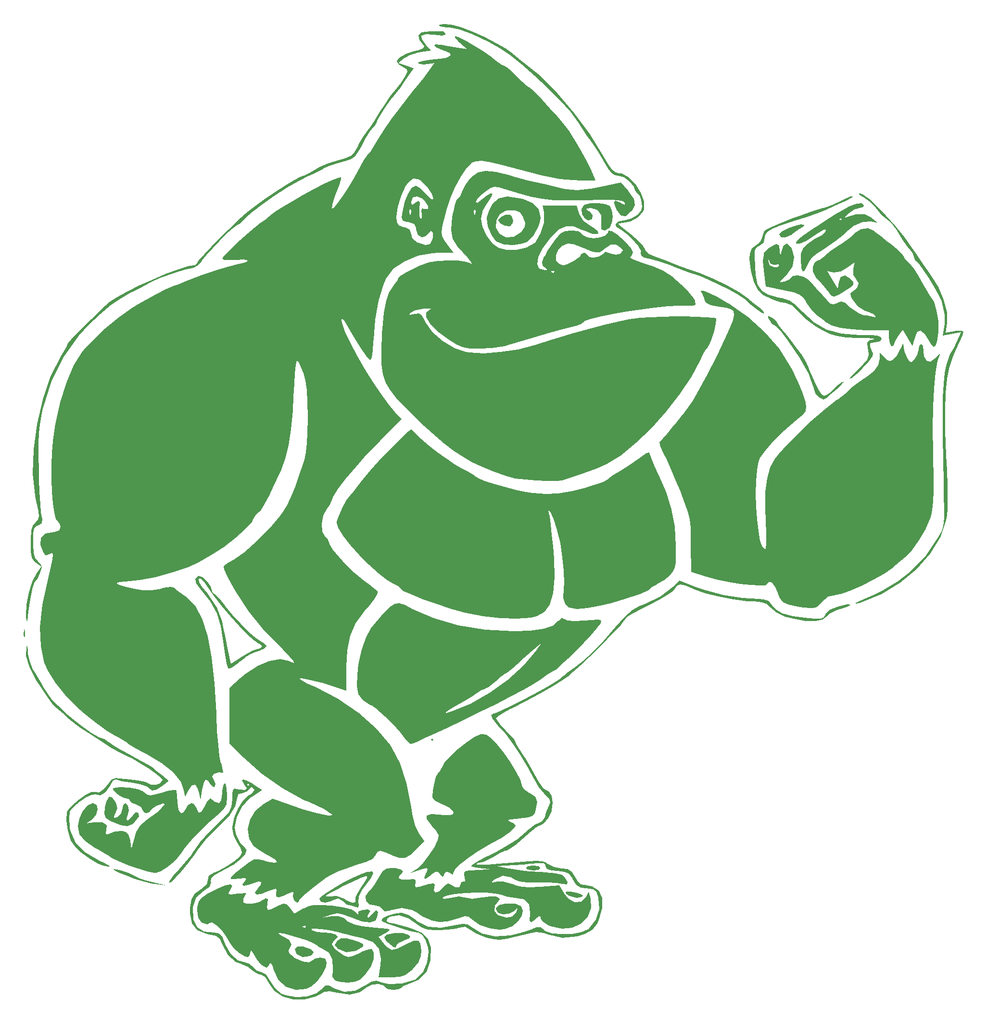
<source format=gbr>
%TF.GenerationSoftware,KiCad,Pcbnew,(6.0.9)*%
%TF.CreationDate,2023-01-09T12:19:46-05:00*%
%TF.ProjectId,Perris_Breakout,50657272-6973-45f4-9272-65616b6f7574,3*%
%TF.SameCoordinates,Original*%
%TF.FileFunction,Legend,Bot*%
%TF.FilePolarity,Positive*%
%FSLAX46Y46*%
G04 Gerber Fmt 4.6, Leading zero omitted, Abs format (unit mm)*
G04 Created by KiCad (PCBNEW (6.0.9)) date 2023-01-09 12:19:46*
%MOMM*%
%LPD*%
G01*
G04 APERTURE LIST*
G04 APERTURE END LIST*
%TO.C,G\u002A\u002A\u002A*%
G36*
X68466585Y-180414402D02*
G01*
X67827246Y-180883581D01*
X66484610Y-182399409D01*
X65532058Y-184218106D01*
X65170004Y-186000094D01*
X65433060Y-187268525D01*
X66150469Y-188682347D01*
X67080682Y-189690539D01*
X67273002Y-189958833D01*
X67073662Y-190669951D01*
X66284536Y-191568269D01*
X65031191Y-192525428D01*
X63439193Y-193413067D01*
X62653307Y-193794815D01*
X61543709Y-194437485D01*
X61038818Y-194973242D01*
X60990106Y-195530500D01*
X61015251Y-195694544D01*
X60767092Y-196430500D01*
X59784997Y-197100203D01*
X59661487Y-197164718D01*
X58428444Y-198306018D01*
X57833244Y-199980393D01*
X57913183Y-202088457D01*
X57941832Y-202229032D01*
X58558662Y-203531514D01*
X59758501Y-204273028D01*
X61624970Y-204508086D01*
X62418406Y-204623850D01*
X62960344Y-205141678D01*
X63428689Y-206291350D01*
X63570719Y-206678523D01*
X64506919Y-208268357D01*
X65746895Y-209358556D01*
X67094410Y-209763259D01*
X67769424Y-209942879D01*
X68571821Y-210639121D01*
X69082782Y-211170705D01*
X69985080Y-211514983D01*
X70741413Y-211845536D01*
X71479628Y-213018655D01*
X71487538Y-213037406D01*
X72318368Y-214293822D01*
X73434447Y-215208310D01*
X74072482Y-215483851D01*
X75938635Y-215852062D01*
X77865274Y-215741326D01*
X79566856Y-215189597D01*
X80757834Y-214234835D01*
X80812435Y-214161281D01*
X81231671Y-213753640D01*
X81754599Y-213796986D01*
X82697946Y-214302339D01*
X84428893Y-214882781D01*
X86370709Y-214688477D01*
X88310101Y-213687329D01*
X89217834Y-213107706D01*
X90054134Y-212967736D01*
X91210190Y-213261192D01*
X92301650Y-213503400D01*
X94604116Y-213446825D01*
X96937908Y-212740935D01*
X97368500Y-212478243D01*
X98358319Y-211320367D01*
X99061264Y-209705706D01*
X99328625Y-207933310D01*
X99245105Y-207126653D01*
X98829116Y-205864534D01*
X98199812Y-204895358D01*
X97510569Y-204508086D01*
X97352959Y-204496692D01*
X96438565Y-204304080D01*
X95139131Y-203936151D01*
X93700504Y-203474646D01*
X92368531Y-203001304D01*
X91389059Y-202597865D01*
X91007935Y-202346070D01*
X91273398Y-201981814D01*
X92133051Y-201520900D01*
X93287175Y-201154526D01*
X94422507Y-201005665D01*
X94655627Y-201024451D01*
X95861105Y-201457460D01*
X97138970Y-202318431D01*
X97377871Y-202512002D01*
X99243410Y-203435098D01*
X101533628Y-203648571D01*
X104301215Y-203158602D01*
X105367957Y-202922047D01*
X106179716Y-203011770D01*
X106928801Y-203545035D01*
X108697649Y-204673239D01*
X111036972Y-205196668D01*
X113734000Y-204962512D01*
X114708139Y-204732424D01*
X116332514Y-204276668D01*
X117553502Y-203847984D01*
X118318608Y-203559048D01*
X119028032Y-203536803D01*
X119649314Y-203995771D01*
X119917808Y-204199305D01*
X121136165Y-204610680D01*
X122792605Y-204776047D01*
X124590750Y-204700914D01*
X126234221Y-204390792D01*
X127426641Y-203851190D01*
X127597874Y-203714962D01*
X128763202Y-202218281D01*
X129341170Y-200331597D01*
X129229763Y-198365291D01*
X129211244Y-198293999D01*
X128855304Y-197327288D01*
X128261809Y-196881968D01*
X127111747Y-196708497D01*
X126160519Y-196575535D01*
X125329282Y-196133578D01*
X124728625Y-195175738D01*
X124590363Y-194892545D01*
X124070166Y-194154079D01*
X123309773Y-193797531D01*
X121991556Y-193645298D01*
X121021194Y-193548210D01*
X120162376Y-193281865D01*
X119911384Y-192816533D01*
X119869462Y-192561511D01*
X119538168Y-192321663D01*
X118717424Y-192278312D01*
X117219557Y-192402597D01*
X116011434Y-192519639D01*
X114274489Y-192661195D01*
X112949729Y-192738763D01*
X111371728Y-192793577D01*
X113342418Y-193219189D01*
X113543430Y-193259954D01*
X115060902Y-193488675D01*
X117015199Y-193697402D01*
X119035522Y-193845353D01*
X119882779Y-193897584D01*
X121643210Y-194084185D01*
X122734113Y-194361735D01*
X123305349Y-194762422D01*
X123789936Y-195579816D01*
X123668242Y-196016937D01*
X122867418Y-195922380D01*
X122824473Y-195909234D01*
X121855877Y-195766910D01*
X120344268Y-195690803D01*
X118597591Y-195697156D01*
X116657340Y-195692587D01*
X115286844Y-195512726D01*
X114437246Y-195129749D01*
X113806372Y-194746734D01*
X112351603Y-194517575D01*
X110933797Y-195149109D01*
X110913840Y-195164739D01*
X110398245Y-195607877D01*
X110544664Y-195710106D01*
X111449247Y-195545337D01*
X112428490Y-195467319D01*
X114261276Y-195990665D01*
X114656501Y-196176803D01*
X115704308Y-196476000D01*
X117060329Y-196560511D01*
X119000998Y-196457568D01*
X122320004Y-196189789D01*
X123201784Y-197611869D01*
X123980007Y-198550111D01*
X125089707Y-199163530D01*
X126149636Y-199089865D01*
X126964995Y-198293815D01*
X127508550Y-197282224D01*
X127853495Y-198565271D01*
X127950898Y-200163194D01*
X127361764Y-201670825D01*
X126200076Y-202849273D01*
X124618417Y-203594534D01*
X122769367Y-203802601D01*
X120805506Y-203369469D01*
X120383076Y-203182159D01*
X119414479Y-202561384D01*
X119035522Y-201984041D01*
X119022719Y-201720057D01*
X118828018Y-201565798D01*
X118234659Y-202031592D01*
X117896093Y-202329278D01*
X117317733Y-202687824D01*
X117121356Y-202351801D01*
X117198942Y-201238496D01*
X117221972Y-200991042D01*
X117007043Y-199544767D01*
X116125774Y-198666910D01*
X114578009Y-198357299D01*
X113257240Y-198201879D01*
X111894469Y-197809885D01*
X111000773Y-197601704D01*
X109492531Y-197481753D01*
X107663855Y-197465379D01*
X105753687Y-197542445D01*
X104000964Y-197702814D01*
X102644626Y-197936348D01*
X101923613Y-198232910D01*
X101765966Y-198474134D01*
X102115690Y-198545140D01*
X103195510Y-198345032D01*
X104684225Y-198164013D01*
X106057719Y-198354682D01*
X106988165Y-198536426D01*
X108721912Y-198327305D01*
X108886232Y-198284626D01*
X110186376Y-198096828D01*
X111199784Y-198173010D01*
X111708567Y-198362454D01*
X111828567Y-198673767D01*
X111312636Y-199318210D01*
X110998672Y-199757019D01*
X110881492Y-200687315D01*
X111514360Y-201415282D01*
X112810073Y-201796594D01*
X113044085Y-201815404D01*
X114054270Y-201657283D01*
X114690838Y-200920732D01*
X115015048Y-200274076D01*
X114936752Y-200186126D01*
X114299650Y-200728094D01*
X113425693Y-201195224D01*
X112370862Y-201291330D01*
X111509265Y-200996271D01*
X111152763Y-200347741D01*
X111158875Y-200264069D01*
X111647699Y-199691849D01*
X112797536Y-199376711D01*
X114437246Y-199369618D01*
X114561976Y-199383501D01*
X115533494Y-199797418D01*
X115901433Y-200576870D01*
X115733183Y-201548364D01*
X115096136Y-202538404D01*
X114057683Y-203373494D01*
X112685213Y-203880141D01*
X111778256Y-203962685D01*
X109964022Y-203752681D01*
X108273109Y-203161835D01*
X107073154Y-202294049D01*
X106379680Y-201726472D01*
X105697238Y-201593794D01*
X104432215Y-202052015D01*
X102603317Y-202542524D01*
X101154407Y-202626450D01*
X99847824Y-202333862D01*
X99712333Y-202283870D01*
X98329086Y-201648661D01*
X97189394Y-200942296D01*
X96353495Y-200461074D01*
X94558342Y-200151718D01*
X92553579Y-200561808D01*
X92331092Y-200642401D01*
X91544434Y-200759021D01*
X91164423Y-200342842D01*
X90677597Y-199902722D01*
X89698365Y-199690845D01*
X89015831Y-199581708D01*
X88294209Y-198983299D01*
X88224040Y-198084670D01*
X88886426Y-197140557D01*
X89046509Y-196993506D01*
X89854366Y-196002994D01*
X90614468Y-194764121D01*
X91229540Y-193749323D01*
X91922316Y-193240673D01*
X92961680Y-193121879D01*
X93433570Y-193142002D01*
X94414863Y-193368227D01*
X94827497Y-193760698D01*
X94518527Y-194212292D01*
X94210190Y-194444210D01*
X94039937Y-194919249D01*
X94563134Y-195197145D01*
X95652032Y-195169966D01*
X95690747Y-195163704D01*
X96695820Y-195052594D01*
X97061037Y-195235632D01*
X96995497Y-195812880D01*
X96933898Y-196080043D01*
X97026797Y-196520454D01*
X97716055Y-196414324D01*
X97961243Y-196338291D01*
X99374445Y-195934276D01*
X100138552Y-195833313D01*
X100409512Y-196045225D01*
X100343273Y-196579838D01*
X100277814Y-197017537D01*
X100517790Y-197465481D01*
X101133205Y-197296149D01*
X101964411Y-196515845D01*
X102222960Y-196216349D01*
X102807517Y-195816925D01*
X103326505Y-196077914D01*
X104030269Y-196537445D01*
X104727510Y-196526424D01*
X105021728Y-195942586D01*
X105087737Y-195630480D01*
X105477213Y-195541348D01*
X105738598Y-195478239D01*
X105648703Y-194691332D01*
X105590006Y-194450839D01*
X105545588Y-193936598D01*
X105837484Y-193661534D01*
X106645453Y-193538632D01*
X108149253Y-193480874D01*
X108238941Y-193478320D01*
X109597455Y-193432207D01*
X110124580Y-193386481D01*
X109862556Y-193326573D01*
X108853625Y-193237914D01*
X108165005Y-193166349D01*
X107167107Y-192977864D01*
X106775984Y-192769436D01*
X106936007Y-192606522D01*
X107730077Y-192110033D01*
X109038676Y-191399840D01*
X110692483Y-190570987D01*
X111151196Y-190343830D01*
X113214995Y-189199260D01*
X115007923Y-188017979D01*
X116256980Y-186976342D01*
X116923414Y-186344645D01*
X117997366Y-185523295D01*
X118795491Y-185147924D01*
X119325228Y-184920535D01*
X119820002Y-184144293D01*
X120013629Y-183385440D01*
X120470971Y-182236222D01*
X120713576Y-181616500D01*
X120587054Y-180978591D01*
X119843060Y-180221406D01*
X119660630Y-180052497D01*
X118709351Y-178887465D01*
X117919204Y-177531200D01*
X117802270Y-177282763D01*
X116838581Y-175498277D01*
X115571159Y-173440131D01*
X114176162Y-171371420D01*
X112829748Y-169555243D01*
X111708075Y-168254695D01*
X111516619Y-168059385D01*
X110567210Y-166927025D01*
X110295411Y-166216453D01*
X110719605Y-165970155D01*
X111172354Y-165850314D01*
X112305787Y-165372607D01*
X113887575Y-164616904D01*
X115742416Y-163676322D01*
X117695010Y-162643977D01*
X119570056Y-161612986D01*
X121192254Y-160676465D01*
X122386302Y-159927531D01*
X122976901Y-159459300D01*
X123151218Y-159291104D01*
X123887596Y-158694431D01*
X124947591Y-157896567D01*
X126478872Y-156716956D01*
X128284388Y-155114738D01*
X130117856Y-153210275D01*
X132201382Y-150785843D01*
X133824790Y-148963242D01*
X135208384Y-147749259D01*
X136408140Y-147114585D01*
X137531598Y-146692240D01*
X140143412Y-145343449D01*
X142346304Y-143708559D01*
X143541570Y-142613275D01*
X146506649Y-143766382D01*
X148047832Y-144295375D01*
X151192955Y-145088108D01*
X154487413Y-145626712D01*
X157473855Y-145825328D01*
X158233504Y-145859067D01*
X159160095Y-146163176D01*
X159763013Y-146919977D01*
X160321886Y-147611892D01*
X161569615Y-148324047D01*
X163488092Y-148839877D01*
X166175256Y-149194118D01*
X167479271Y-149294482D01*
X168420903Y-149269030D01*
X168901842Y-149040755D01*
X169143854Y-148562468D01*
X169153991Y-148532346D01*
X169874860Y-147754650D01*
X171393402Y-147132087D01*
X172017423Y-146971341D01*
X173069584Y-146777332D01*
X173583052Y-146799295D01*
X173538082Y-146906973D01*
X172919739Y-147213084D01*
X171801065Y-147578492D01*
X171204133Y-147775265D01*
X170029538Y-148351011D01*
X169364478Y-148952716D01*
X168701212Y-149470233D01*
X167407475Y-149725475D01*
X165729880Y-149692248D01*
X163885766Y-149405460D01*
X162092470Y-148900018D01*
X160567333Y-148210830D01*
X159527692Y-147372802D01*
X158946395Y-146779655D01*
X158027819Y-146369490D01*
X156610181Y-146263259D01*
X155446128Y-146215473D01*
X153003728Y-145922805D01*
X150386999Y-145425341D01*
X147945988Y-144794589D01*
X146030740Y-144102057D01*
X145900085Y-144042676D01*
X144492794Y-143449574D01*
X143631771Y-143257485D01*
X143101660Y-143464178D01*
X142687105Y-144067423D01*
X142362165Y-144414280D01*
X141343964Y-145134925D01*
X139850191Y-146008040D01*
X138073421Y-146914774D01*
X136769938Y-147558596D01*
X135299914Y-148350572D01*
X134296461Y-148974055D01*
X133925177Y-149332529D01*
X133794834Y-149572276D01*
X133147504Y-150351812D01*
X132072240Y-151516516D01*
X130697696Y-152937959D01*
X129152531Y-154487710D01*
X127565399Y-156037339D01*
X126064959Y-157458415D01*
X124779867Y-158622509D01*
X123838778Y-159401190D01*
X123119005Y-159910587D01*
X121211439Y-161123910D01*
X118874048Y-162487078D01*
X116351841Y-163859712D01*
X113889832Y-165101433D01*
X113827097Y-165131677D01*
X112477430Y-165832744D01*
X111517948Y-166424156D01*
X111152763Y-166780686D01*
X111314868Y-167098498D01*
X111951091Y-167899969D01*
X112904487Y-168931592D01*
X113642010Y-169711970D01*
X114373218Y-170566624D01*
X114656211Y-171017944D01*
X114762878Y-171293174D01*
X115245310Y-172139138D01*
X115985046Y-173286231D01*
X116383961Y-173897195D01*
X117463967Y-175687007D01*
X118401044Y-177400604D01*
X118885476Y-178252065D01*
X119590491Y-179183875D01*
X120129383Y-179546017D01*
X120481618Y-179670873D01*
X120954368Y-180415983D01*
X121157619Y-181596938D01*
X121019567Y-182939983D01*
X120972899Y-183111156D01*
X120409379Y-184352019D01*
X119630020Y-185299635D01*
X118853950Y-185677052D01*
X118821715Y-185680767D01*
X118227011Y-186019065D01*
X117224820Y-186798629D01*
X116013305Y-187866707D01*
X115886144Y-187984043D01*
X114665099Y-189032565D01*
X113651172Y-189774721D01*
X113052782Y-190056362D01*
X112805012Y-190102974D01*
X111878631Y-190493457D01*
X110714832Y-191151190D01*
X110199154Y-191457976D01*
X109042455Y-192022274D01*
X108241925Y-192246017D01*
X107883150Y-192287528D01*
X107761681Y-192504361D01*
X107798450Y-192522649D01*
X108458947Y-192563485D01*
X109786622Y-192523356D01*
X111611070Y-192410018D01*
X113761884Y-192231228D01*
X114918238Y-192126218D01*
X116963433Y-191962540D01*
X118363670Y-191902388D01*
X119274983Y-191949301D01*
X119853408Y-192106818D01*
X120254977Y-192378476D01*
X120391531Y-192484675D01*
X121431374Y-192940906D01*
X122757935Y-193199024D01*
X123769168Y-193345506D01*
X124577434Y-193794099D01*
X125166556Y-194754643D01*
X125476798Y-195345965D01*
X126158953Y-196006647D01*
X127221896Y-196177919D01*
X128144893Y-196317074D01*
X129264415Y-197074765D01*
X129853955Y-198394097D01*
X129875976Y-200164551D01*
X129292939Y-202275607D01*
X129004043Y-202914357D01*
X128162615Y-203981114D01*
X126804086Y-204721647D01*
X125483921Y-205153441D01*
X122823334Y-205416212D01*
X120307310Y-204829214D01*
X119898555Y-204666507D01*
X119092658Y-204447339D01*
X118215756Y-204433508D01*
X117010920Y-204637210D01*
X115221225Y-205070641D01*
X114796160Y-205178026D01*
X113077434Y-205569615D01*
X111846187Y-205725604D01*
X110810426Y-205663355D01*
X109678161Y-205400231D01*
X109113211Y-205223054D01*
X107721613Y-204643149D01*
X106737601Y-204039061D01*
X105786326Y-203498742D01*
X104736357Y-203657472D01*
X104118267Y-203817003D01*
X102717532Y-203999214D01*
X101112058Y-204070155D01*
X100623561Y-204066070D01*
X99161318Y-203940675D01*
X98060962Y-203546153D01*
X96920004Y-202756362D01*
X95823261Y-202010016D01*
X94180256Y-201466037D01*
X92576511Y-201708388D01*
X92041703Y-202058624D01*
X91940013Y-202531157D01*
X92494565Y-202756362D01*
X93164551Y-202870526D01*
X94412212Y-203186529D01*
X95945446Y-203633584D01*
X96413132Y-203784631D01*
X98207969Y-204595108D01*
X99267693Y-205652536D01*
X99708555Y-207132017D01*
X99646809Y-209208652D01*
X99621958Y-209402821D01*
X98955970Y-211368098D01*
X97646771Y-212785067D01*
X95776774Y-213561043D01*
X94888770Y-213849496D01*
X94511384Y-214197310D01*
X94497604Y-214258679D01*
X94019669Y-214498924D01*
X93148856Y-214572216D01*
X92280719Y-214476650D01*
X91810809Y-214210321D01*
X91472274Y-213816326D01*
X90525711Y-213534387D01*
X89371321Y-213647636D01*
X88359021Y-214161067D01*
X87168563Y-214959870D01*
X85400728Y-215381469D01*
X83265951Y-215090028D01*
X83218574Y-215077400D01*
X81932031Y-214817382D01*
X80995348Y-214927426D01*
X79955608Y-215457859D01*
X79396205Y-215754822D01*
X77494897Y-216278768D01*
X75500594Y-216252755D01*
X73638512Y-215729688D01*
X72133866Y-214762467D01*
X71211875Y-213403995D01*
X70636987Y-212361166D01*
X69916330Y-211952914D01*
X69250348Y-211767863D01*
X68362064Y-211138776D01*
X67515168Y-210519625D01*
X66290779Y-210014638D01*
X65394505Y-209681088D01*
X63975232Y-208456390D01*
X62983851Y-206489387D01*
X62560954Y-205552545D01*
X61894277Y-205065200D01*
X60670063Y-204810206D01*
X60306488Y-204751304D01*
X58629922Y-204083627D01*
X57624183Y-202853600D01*
X57293226Y-201065605D01*
X57315797Y-200203988D01*
X57560817Y-198648353D01*
X58164525Y-197602381D01*
X59237629Y-196824603D01*
X59429687Y-196717713D01*
X60325513Y-195995189D01*
X60463927Y-195251399D01*
X60461198Y-195240793D01*
X60591090Y-194524457D01*
X61485074Y-193983490D01*
X62319549Y-193625429D01*
X63805706Y-192820221D01*
X65134952Y-191920340D01*
X66093562Y-191077614D01*
X66467808Y-190443869D01*
X66467823Y-190443146D01*
X66221526Y-189616627D01*
X65607935Y-188623070D01*
X65009373Y-187497497D01*
X64732073Y-186167106D01*
X64749771Y-185821947D01*
X65112861Y-184275139D01*
X65823652Y-182641694D01*
X66722051Y-181239081D01*
X67647967Y-180384769D01*
X68151065Y-180078233D01*
X68650491Y-179455048D01*
X68281410Y-178917481D01*
X68050489Y-178884858D01*
X67638258Y-179329567D01*
X67339175Y-179699708D01*
X66497542Y-179983948D01*
X65904543Y-180136964D01*
X65607935Y-180881558D01*
X65309574Y-182270148D01*
X64197902Y-184043266D01*
X62300428Y-185891449D01*
X61520644Y-186591616D01*
X60020388Y-188193646D01*
X58792154Y-189798900D01*
X58066162Y-190852910D01*
X56949986Y-192330512D01*
X55813528Y-193709627D01*
X54790178Y-194837451D01*
X54013327Y-195561180D01*
X53616363Y-195728008D01*
X53612045Y-195722703D01*
X53798172Y-195299392D01*
X54456694Y-194439423D01*
X55450510Y-193322597D01*
X56492854Y-192155127D01*
X57483511Y-190921472D01*
X58082334Y-190025285D01*
X58157677Y-189886286D01*
X59136560Y-188528070D01*
X60797282Y-186718612D01*
X63159999Y-184435725D01*
X63257342Y-184344798D01*
X64203045Y-183317699D01*
X64631418Y-182342938D01*
X64732073Y-181006963D01*
X64740156Y-180130839D01*
X64856261Y-179391628D01*
X65238491Y-179191477D01*
X66045866Y-179327052D01*
X67055252Y-179399866D01*
X67335442Y-179050575D01*
X66926167Y-178451190D01*
X67359660Y-178451190D01*
X67578625Y-178670155D01*
X67797591Y-178451190D01*
X67578625Y-178232224D01*
X67359660Y-178451190D01*
X66926167Y-178451190D01*
X66841441Y-178327109D01*
X66806682Y-178291934D01*
X66433334Y-177732033D01*
X66684109Y-177558983D01*
X67406035Y-177769589D01*
X68446141Y-178360651D01*
X68579381Y-178451190D01*
X70038668Y-179442802D01*
X68466585Y-180414402D01*
G37*
G36*
X89913108Y-203603552D02*
G01*
X90918284Y-203686433D01*
X92054449Y-203809090D01*
X92496410Y-203952543D01*
X92357998Y-204174201D01*
X91753044Y-204531469D01*
X90527463Y-205211748D01*
X91456381Y-206392676D01*
X92083953Y-207104117D01*
X92802873Y-207493057D01*
X93705252Y-207349914D01*
X95063696Y-206697741D01*
X95275540Y-206585275D01*
X96668628Y-205953477D01*
X97503029Y-205887939D01*
X97908509Y-206429099D01*
X98014832Y-207617397D01*
X97939657Y-208649355D01*
X97508180Y-209747653D01*
X96525866Y-210901879D01*
X96254830Y-211168059D01*
X95269692Y-211958812D01*
X94254054Y-212310694D01*
X92788369Y-212390845D01*
X90539837Y-212390845D01*
X90822506Y-210259985D01*
X90901554Y-209141754D01*
X90582608Y-207369636D01*
X89621820Y-206184316D01*
X88009300Y-205569304D01*
X87831022Y-205537073D01*
X86247031Y-205179422D01*
X84657935Y-204731161D01*
X84623414Y-204720146D01*
X83277327Y-204358053D01*
X81819651Y-204065039D01*
X80444026Y-203863812D01*
X79344093Y-203777076D01*
X78713493Y-203827539D01*
X78745866Y-204037906D01*
X78784456Y-204063143D01*
X79700339Y-204372943D01*
X80935522Y-204508086D01*
X82013112Y-204579548D01*
X83003565Y-204849432D01*
X83315090Y-205259934D01*
X82849270Y-205747325D01*
X82680874Y-205857200D01*
X82335962Y-206532541D01*
X82804265Y-207375359D01*
X84059985Y-208330608D01*
X84461867Y-208561715D01*
X85145378Y-208786268D01*
X85905833Y-208641521D01*
X87088619Y-208101327D01*
X87707261Y-207816678D01*
X88753706Y-207445115D01*
X89328811Y-207399507D01*
X89706251Y-208032177D01*
X89652103Y-209148026D01*
X89175333Y-210462403D01*
X88334983Y-211718710D01*
X87384188Y-212668505D01*
X86433672Y-213147754D01*
X85159983Y-213260001D01*
X84032797Y-213211281D01*
X82877658Y-212916449D01*
X82385310Y-212277852D01*
X82439555Y-211207837D01*
X82506791Y-210823189D01*
X82418684Y-209245335D01*
X81791730Y-207996850D01*
X80732045Y-207319394D01*
X79992510Y-207049536D01*
X79621728Y-206711243D01*
X79584841Y-206647989D01*
X78996211Y-206320432D01*
X77879386Y-205875812D01*
X76479880Y-205394985D01*
X75043207Y-204958806D01*
X73814878Y-204648129D01*
X73040407Y-204543810D01*
X72941717Y-204562897D01*
X73061163Y-204797236D01*
X73819142Y-205201962D01*
X74802461Y-205786998D01*
X75220919Y-206575573D01*
X74770747Y-207432171D01*
X74678453Y-207549587D01*
X74763387Y-208088426D01*
X75604730Y-208833551D01*
X75783433Y-208956135D01*
X77108779Y-209598379D01*
X78248080Y-209732982D01*
X78964832Y-209325328D01*
X79377197Y-209048867D01*
X80304470Y-208887397D01*
X81104362Y-209066796D01*
X81373453Y-209752674D01*
X81251351Y-210453903D01*
X80629824Y-211808199D01*
X79687192Y-213108376D01*
X78656026Y-213991647D01*
X77816131Y-214359216D01*
X75987175Y-214559977D01*
X74291311Y-214022886D01*
X72921652Y-212833418D01*
X72071309Y-211077052D01*
X71874529Y-210414763D01*
X71579837Y-209782203D01*
X71396222Y-209872741D01*
X71248323Y-210276233D01*
X70812685Y-210639121D01*
X70656087Y-210613676D01*
X69885223Y-210124066D01*
X69057016Y-209232423D01*
X68456828Y-208230500D01*
X68325830Y-207921159D01*
X68095022Y-207629935D01*
X67916672Y-208121017D01*
X67833940Y-208432471D01*
X67581158Y-208812838D01*
X67054936Y-208716629D01*
X66022514Y-208147043D01*
X65013737Y-207294224D01*
X64266413Y-206192867D01*
X63710952Y-205160446D01*
X62886079Y-204066364D01*
X62294514Y-203471992D01*
X77071606Y-203471992D01*
X77432073Y-203632224D01*
X77663913Y-203600620D01*
X77724027Y-203340270D01*
X77659841Y-203287858D01*
X77140119Y-203340270D01*
X77071606Y-203471992D01*
X62294514Y-203471992D01*
X62007409Y-203183525D01*
X61251297Y-202686748D01*
X60794101Y-202750849D01*
X60345813Y-203062837D01*
X59532594Y-202786168D01*
X59287935Y-202634351D01*
X58752548Y-201895420D01*
X58601039Y-200604921D01*
X58618143Y-200038237D01*
X58821723Y-199094184D01*
X59380675Y-198345084D01*
X60450344Y-197624612D01*
X62186072Y-196766443D01*
X63533558Y-196200187D01*
X64465062Y-195996077D01*
X64735273Y-196290817D01*
X64379334Y-197089584D01*
X64209133Y-197374158D01*
X64123411Y-197740707D01*
X64568401Y-197810833D01*
X65709705Y-197654905D01*
X66138044Y-197588694D01*
X67034228Y-197499191D01*
X67268863Y-197642481D01*
X66993510Y-198067244D01*
X66703438Y-198566030D01*
X66682042Y-199219386D01*
X66691083Y-199232840D01*
X67286014Y-199439312D01*
X68315611Y-199395962D01*
X69406253Y-199152108D01*
X70184315Y-198757072D01*
X70633678Y-198434510D01*
X71006452Y-198570101D01*
X70970292Y-199471879D01*
X70886442Y-200029494D01*
X71002827Y-200475429D01*
X71562338Y-200406096D01*
X72719921Y-199855467D01*
X72874907Y-199775659D01*
X73758600Y-199397924D01*
X74308913Y-199505156D01*
X74908622Y-200148627D01*
X75721936Y-201153027D01*
X77231557Y-200290284D01*
X77373564Y-200210347D01*
X78238697Y-199813273D01*
X79165904Y-199625897D01*
X80423376Y-199620553D01*
X82279306Y-199769576D01*
X82332429Y-199774741D01*
X84421926Y-200051166D01*
X85781203Y-200416121D01*
X86551478Y-200907212D01*
X86963394Y-201312586D01*
X86947362Y-201187670D01*
X86943348Y-200784528D01*
X87703449Y-200463347D01*
X88606770Y-200378943D01*
X89068518Y-200639814D01*
X88760858Y-201292792D01*
X88548091Y-201615805D01*
X88606896Y-201880500D01*
X88913830Y-201730950D01*
X89500575Y-201114809D01*
X89526980Y-201079138D01*
X90100529Y-200577337D01*
X90385339Y-200842784D01*
X90282593Y-201790142D01*
X89984474Y-202336436D01*
X89020728Y-202739176D01*
X87525480Y-202563221D01*
X85576463Y-201808272D01*
X85506871Y-201774573D01*
X84201131Y-201230126D01*
X83220387Y-201104932D01*
X82170782Y-201345470D01*
X80716556Y-201830757D01*
X82291419Y-201600566D01*
X83460805Y-201561982D01*
X84481074Y-201978389D01*
X85107054Y-202495075D01*
X86191358Y-203013995D01*
X87625891Y-203340270D01*
X87721954Y-203362119D01*
X89913108Y-203603552D01*
G37*
G36*
X77349429Y-206971640D02*
G01*
X77438177Y-206992987D01*
X78650953Y-207434454D01*
X79104838Y-207944331D01*
X78742206Y-208460995D01*
X78348280Y-208669196D01*
X77123123Y-208829932D01*
X76134201Y-208249683D01*
X76043560Y-208132976D01*
X75812921Y-207376490D01*
X76292390Y-206942915D01*
X77349429Y-206971640D01*
G37*
G36*
X86488050Y-205909855D02*
G01*
X86986059Y-206100169D01*
X87783930Y-206551131D01*
X87763990Y-206975747D01*
X86957073Y-207477042D01*
X86504728Y-207671697D01*
X84828068Y-207927449D01*
X83388643Y-207354398D01*
X83218987Y-207221037D01*
X82813488Y-206665811D01*
X83113817Y-206054533D01*
X83149179Y-206012763D01*
X83888803Y-205493085D01*
X84928571Y-205461921D01*
X86488050Y-205909855D01*
G37*
G36*
X94713966Y-204593453D02*
G01*
X95825177Y-204937075D01*
X96080843Y-205154168D01*
X95947255Y-205468746D01*
X95058797Y-205849071D01*
X94910606Y-205902901D01*
X94005371Y-206346607D01*
X93635522Y-206740582D01*
X93551647Y-207064309D01*
X93104927Y-206982599D01*
X92199802Y-206240210D01*
X91771598Y-205813498D01*
X91525512Y-205315350D01*
X91889665Y-204933123D01*
X92075435Y-204834071D01*
X93294277Y-204558948D01*
X94713966Y-204593453D01*
G37*
G36*
X88229325Y-196163498D02*
G01*
X87661242Y-196931024D01*
X87040970Y-198134227D01*
X86980292Y-199143384D01*
X87044097Y-199534805D01*
X86963974Y-200049944D01*
X86438602Y-199981515D01*
X86003229Y-199834206D01*
X85310295Y-199690845D01*
X84921093Y-199531632D01*
X84205695Y-198957077D01*
X84155197Y-198907245D01*
X83433810Y-198468008D01*
X82647598Y-198738111D01*
X82113693Y-199012523D01*
X81093195Y-199250505D01*
X80346699Y-199094394D01*
X80137031Y-198562568D01*
X80384054Y-198236169D01*
X80703261Y-197990051D01*
X81300486Y-197990051D01*
X81303922Y-198154595D01*
X81893947Y-198108120D01*
X83155980Y-198054606D01*
X84509493Y-198552330D01*
X84881114Y-198792106D01*
X85838034Y-199198241D01*
X86434132Y-199144835D01*
X86481365Y-198624963D01*
X86474314Y-198334342D01*
X86831811Y-197431255D01*
X87560291Y-196336142D01*
X87998200Y-195745881D01*
X88474411Y-194924133D01*
X88493565Y-194546399D01*
X88224910Y-194590501D01*
X87288551Y-194942793D01*
X85882565Y-195569531D01*
X84192786Y-196391010D01*
X83293875Y-196848274D01*
X81943763Y-197569580D01*
X81300486Y-197990051D01*
X80703261Y-197990051D01*
X81270337Y-197552818D01*
X82608384Y-196699739D01*
X84198776Y-195789596D01*
X85842094Y-194935057D01*
X87338919Y-194248789D01*
X88489832Y-193843457D01*
X88628555Y-193810135D01*
X89411001Y-193732598D01*
X89611232Y-194045962D01*
X89361639Y-194546399D01*
X89220316Y-194829753D01*
X88229325Y-196163498D01*
G37*
G36*
X102156728Y-78490981D02*
G01*
X101758473Y-80098034D01*
X101599873Y-81183142D01*
X101688268Y-81964454D01*
X102030996Y-82660123D01*
X102635395Y-83488301D01*
X103752509Y-84952914D01*
X100921435Y-84952914D01*
X100014021Y-84988533D01*
X97416024Y-85468477D01*
X95051751Y-86429027D01*
X93129342Y-87768417D01*
X91856934Y-89384881D01*
X91325147Y-90592786D01*
X90484540Y-93395266D01*
X89899845Y-96671657D01*
X89623035Y-100171017D01*
X89612098Y-100490438D01*
X89491905Y-102223863D01*
X89299470Y-103366312D01*
X89057120Y-103775560D01*
X88925726Y-103716268D01*
X88321771Y-103046296D01*
X87367136Y-101675460D01*
X86099092Y-99659403D01*
X84554909Y-97053767D01*
X84412090Y-96814860D01*
X84095235Y-96456919D01*
X84007495Y-96850816D01*
X84130672Y-97519396D01*
X84675724Y-98949927D01*
X85574582Y-100829706D01*
X86737898Y-103005421D01*
X88076321Y-105323756D01*
X89500501Y-107631400D01*
X90921089Y-109775039D01*
X92248734Y-111601359D01*
X93394086Y-112957046D01*
X94599691Y-114215426D01*
X91143106Y-117648825D01*
X90750716Y-118040728D01*
X88513283Y-120359552D01*
X86491344Y-122593113D01*
X84768953Y-124637971D01*
X83430160Y-126390691D01*
X82559017Y-127747831D01*
X82239577Y-128605956D01*
X82239260Y-128612650D01*
X81975925Y-129189855D01*
X81373453Y-130059810D01*
X80807198Y-131160423D01*
X80534343Y-132602848D01*
X80644942Y-133955336D01*
X81154487Y-134877052D01*
X81510028Y-135240195D01*
X81811384Y-135847094D01*
X81902553Y-136186844D01*
X82503036Y-137165680D01*
X83531723Y-138443498D01*
X84832220Y-139845920D01*
X86248133Y-141198569D01*
X87623067Y-142327065D01*
X87708768Y-142390248D01*
X88977564Y-143355142D01*
X89938942Y-144138383D01*
X90390673Y-144575664D01*
X90284339Y-145009696D01*
X89714300Y-145906558D01*
X88801005Y-147037229D01*
X88020223Y-147953472D01*
X86468237Y-150140549D01*
X85489241Y-152310132D01*
X84977337Y-154747330D01*
X84826625Y-157737250D01*
X84819779Y-161985380D01*
X83644030Y-161528575D01*
X83621618Y-161519895D01*
X82386424Y-161096098D01*
X80879004Y-160652634D01*
X79321406Y-160244384D01*
X77935673Y-159926227D01*
X76943850Y-159753041D01*
X76567985Y-159779706D01*
X76571265Y-159793243D01*
X77004213Y-160118629D01*
X78021820Y-160666756D01*
X79419721Y-161326758D01*
X83347050Y-163363006D01*
X87003723Y-165836885D01*
X90116537Y-168572533D01*
X92519500Y-171441777D01*
X92827015Y-171904131D01*
X94331405Y-174799217D01*
X95450812Y-178242113D01*
X96232545Y-182372080D01*
X96439784Y-183621454D01*
X96974560Y-185682841D01*
X97630701Y-187066400D01*
X98556841Y-188367043D01*
X97300492Y-189687321D01*
X97286028Y-189702513D01*
X96084447Y-190859039D01*
X95142983Y-191395292D01*
X94193612Y-191386882D01*
X92968312Y-190909418D01*
X91862268Y-190416770D01*
X90862551Y-190126002D01*
X90306912Y-190282806D01*
X90017335Y-190885754D01*
X89528078Y-191532955D01*
X88420417Y-192018251D01*
X88137639Y-192085720D01*
X86726017Y-192511283D01*
X85063947Y-193106567D01*
X83423138Y-193764148D01*
X82075300Y-194376602D01*
X81292142Y-194836506D01*
X80865235Y-195178780D01*
X79866804Y-195946353D01*
X78636384Y-196870838D01*
X77725933Y-197590053D01*
X76881917Y-198369117D01*
X76556211Y-198835043D01*
X76547823Y-198921066D01*
X76165134Y-199252914D01*
X75693615Y-198911529D01*
X75413718Y-198147462D01*
X75508164Y-197425498D01*
X75534067Y-197363606D01*
X75241644Y-197338812D01*
X74436504Y-197683983D01*
X73910836Y-197945873D01*
X72891545Y-198322102D01*
X72450925Y-198170909D01*
X72492875Y-197482325D01*
X72580526Y-197108504D01*
X72512270Y-196814659D01*
X72016288Y-196891137D01*
X70900949Y-197318179D01*
X69849064Y-197683005D01*
X68965220Y-197785072D01*
X68782142Y-197428025D01*
X69330349Y-196625328D01*
X69732403Y-196121978D01*
X69878196Y-195579413D01*
X69312980Y-195507196D01*
X68063890Y-195920430D01*
X67653889Y-196082423D01*
X66732952Y-196307458D01*
X66517876Y-196056469D01*
X67031211Y-195342086D01*
X67248524Y-195015161D01*
X66938232Y-194898020D01*
X65907505Y-195012688D01*
X65237700Y-195096434D01*
X64559878Y-195056753D01*
X64551236Y-194723720D01*
X65233148Y-194035465D01*
X66626989Y-192930121D01*
X67766066Y-192099659D01*
X68618023Y-191649047D01*
X69345558Y-191584723D01*
X70236377Y-191818042D01*
X71026142Y-192051862D01*
X72149209Y-192236050D01*
X72613477Y-192086679D01*
X72352802Y-191655041D01*
X71301039Y-190992431D01*
X70655826Y-190644711D01*
X69413273Y-189902201D01*
X68588792Y-189311766D01*
X68524663Y-189252989D01*
X67702593Y-187934545D01*
X67521124Y-186314420D01*
X67929395Y-184612961D01*
X68876545Y-183050515D01*
X70311714Y-181847430D01*
X71875356Y-180953813D01*
X76193793Y-182439570D01*
X77460041Y-182857048D01*
X79300890Y-183399930D01*
X80796758Y-183765410D01*
X81709220Y-183890754D01*
X81752647Y-183889354D01*
X82392223Y-183792578D01*
X82249315Y-183606123D01*
X81938402Y-183467345D01*
X81373453Y-183072974D01*
X81365784Y-183064119D01*
X80842609Y-182747456D01*
X79748040Y-182213224D01*
X78307935Y-181572010D01*
X77389958Y-181159629D01*
X73599216Y-179081457D01*
X69957165Y-176531328D01*
X66827242Y-173756650D01*
X64294142Y-171175910D01*
X64294142Y-161489662D01*
X66155349Y-159787226D01*
X67090756Y-158992589D01*
X69233990Y-157575046D01*
X71330082Y-156689730D01*
X73219928Y-156393061D01*
X74744424Y-156741458D01*
X75132044Y-156935846D01*
X75570675Y-157051305D01*
X75493754Y-156745099D01*
X74869159Y-155974246D01*
X73664766Y-154695768D01*
X71848453Y-152866685D01*
X70089613Y-151035053D01*
X67629805Y-148040277D01*
X65493629Y-144781273D01*
X64605545Y-143218778D01*
X63820335Y-141708722D01*
X63332981Y-140610848D01*
X63224205Y-140091952D01*
X63316382Y-139984018D01*
X64017694Y-139460342D01*
X65090235Y-138834645D01*
X65440185Y-138629733D01*
X66775876Y-137644085D01*
X68408621Y-136234597D01*
X70140646Y-134586634D01*
X71774174Y-132885563D01*
X73111430Y-131316750D01*
X73578605Y-130679835D01*
X74337697Y-129429330D01*
X75089785Y-127857622D01*
X75914669Y-125790291D01*
X76892147Y-123052914D01*
X76965599Y-122838649D01*
X77430832Y-121350155D01*
X77738769Y-119977315D01*
X77920915Y-118472390D01*
X78008777Y-116587641D01*
X78033859Y-114075328D01*
X78034000Y-113919356D01*
X77996289Y-111161889D01*
X77868131Y-109069094D01*
X77630394Y-107442363D01*
X77263945Y-106083086D01*
X76914780Y-105140089D01*
X76460871Y-104162867D01*
X76146700Y-103783948D01*
X76086008Y-103875401D01*
X75942423Y-104641641D01*
X75793441Y-106060096D01*
X75653463Y-107978212D01*
X75536892Y-110243431D01*
X75409840Y-112690497D01*
X75116729Y-116037853D01*
X74687927Y-118803225D01*
X74092826Y-121165373D01*
X73300820Y-123303059D01*
X73086939Y-123792909D01*
X72175016Y-125780401D01*
X71274581Y-127604473D01*
X70470320Y-129105282D01*
X69846917Y-130122986D01*
X69489058Y-130497741D01*
X69456447Y-130502469D01*
X69009320Y-130921336D01*
X68454808Y-131810915D01*
X68201954Y-132225020D01*
X67049108Y-133559001D01*
X65358418Y-135084857D01*
X63310910Y-136659572D01*
X61087614Y-138140129D01*
X58869556Y-139383512D01*
X57041370Y-140192500D01*
X54200658Y-141182541D01*
X51193135Y-141992834D01*
X48330121Y-142542417D01*
X45922935Y-142750333D01*
X44889316Y-142807373D01*
X44392683Y-142994435D01*
X44686828Y-143281010D01*
X45732935Y-143635529D01*
X47492184Y-144026426D01*
X49028968Y-144262956D01*
X50637305Y-144287130D01*
X52223543Y-143988447D01*
X52590793Y-143895258D01*
X53930257Y-143690243D01*
X54573778Y-143870888D01*
X54714798Y-144024737D01*
X55460356Y-144636626D01*
X56531764Y-145391305D01*
X56893466Y-145651631D01*
X58317970Y-147199002D01*
X59498647Y-149439577D01*
X60443873Y-152405168D01*
X61162025Y-156127587D01*
X61661481Y-160638645D01*
X61950615Y-165970155D01*
X61961037Y-166277359D01*
X62097838Y-169065548D01*
X62291669Y-171510694D01*
X62525532Y-173435198D01*
X62782429Y-174661460D01*
X62783928Y-174666126D01*
X63115892Y-175824407D01*
X63126402Y-176330283D01*
X62818939Y-176344219D01*
X62491747Y-176286230D01*
X61626843Y-176507655D01*
X61553887Y-176554919D01*
X61235527Y-177015850D01*
X61548105Y-177760628D01*
X61804641Y-178355812D01*
X61679560Y-178881084D01*
X61298107Y-178822749D01*
X60777185Y-178206983D01*
X60516268Y-177781274D01*
X60119835Y-177546484D01*
X59788770Y-178078722D01*
X59465549Y-179431698D01*
X59152571Y-181078776D01*
X58818642Y-179638393D01*
X58696773Y-179199503D01*
X58235503Y-178464309D01*
X57650713Y-178591039D01*
X56971367Y-179580600D01*
X56436523Y-180640845D01*
X56147509Y-179203884D01*
X55682484Y-178004004D01*
X54360504Y-176325952D01*
X52322591Y-174666323D01*
X49655806Y-173106884D01*
X49290842Y-172922207D01*
X47862797Y-172169382D01*
X46810146Y-171566667D01*
X46338970Y-171230636D01*
X46274611Y-171160233D01*
X45624591Y-170707621D01*
X44587246Y-170131602D01*
X44134363Y-169885728D01*
X42701931Y-168991022D01*
X41304209Y-167990324D01*
X40737607Y-167549043D01*
X39558640Y-166631050D01*
X38709508Y-165970155D01*
X37272690Y-164729111D01*
X35312571Y-162691946D01*
X33577483Y-160523709D01*
X32324742Y-158524476D01*
X31706303Y-157071166D01*
X31050523Y-154176300D01*
X30938739Y-150782618D01*
X31371039Y-146827647D01*
X32347509Y-142248914D01*
X32794874Y-140421140D01*
X33113840Y-138858416D01*
X33180476Y-137977154D01*
X32999264Y-137691904D01*
X32574683Y-137917222D01*
X32502811Y-137974961D01*
X31955821Y-138148366D01*
X31479855Y-137561704D01*
X30999085Y-136293817D01*
X31096636Y-135064621D01*
X31927892Y-134278169D01*
X33455822Y-134001190D01*
X34255625Y-133815339D01*
X34514832Y-133111583D01*
X34408050Y-132566392D01*
X33912661Y-131990902D01*
X33708265Y-131718638D01*
X33438956Y-130693136D01*
X33217768Y-129075401D01*
X33053868Y-127034390D01*
X32956424Y-124739060D01*
X32934601Y-122358365D01*
X32997567Y-120061262D01*
X33154488Y-118016707D01*
X33580201Y-115068623D01*
X34423467Y-111251330D01*
X35523850Y-107757049D01*
X36821253Y-104768938D01*
X38255578Y-102470155D01*
X38588703Y-102060858D01*
X40299652Y-100229490D01*
X42428128Y-98249844D01*
X44706033Y-96360733D01*
X46865265Y-94800970D01*
X47998278Y-94093940D01*
X49665566Y-93131991D01*
X51391469Y-92201486D01*
X52973538Y-91407162D01*
X54209324Y-90853760D01*
X54896376Y-90646017D01*
X55051250Y-90604616D01*
X55821498Y-90298909D01*
X56963570Y-89793302D01*
X57459532Y-89576204D01*
X59414869Y-88829948D01*
X61728857Y-88058091D01*
X64026141Y-87380947D01*
X65931362Y-86918830D01*
X66409916Y-86814967D01*
X67342950Y-86505585D01*
X67453443Y-86260681D01*
X66781785Y-86133461D01*
X65368363Y-86177132D01*
X64388382Y-86223011D01*
X63373757Y-86162088D01*
X62980349Y-85975787D01*
X63126093Y-85721402D01*
X63792920Y-84975797D01*
X64849006Y-83927055D01*
X66127083Y-82730545D01*
X67459880Y-81541634D01*
X68680127Y-80515690D01*
X69620554Y-79808080D01*
X70614476Y-79081164D01*
X71173004Y-78622724D01*
X93635522Y-78622724D01*
X93694607Y-79538700D01*
X94055344Y-80128603D01*
X94949315Y-80420328D01*
X95129318Y-80459331D01*
X96013314Y-80875334D01*
X96263108Y-81652878D01*
X96458939Y-82357154D01*
X97378541Y-83130895D01*
X97506987Y-83188520D01*
X98802852Y-83594481D01*
X99596631Y-83383735D01*
X100029772Y-82523898D01*
X100095513Y-82226185D01*
X100111226Y-81335084D01*
X99770935Y-81115754D01*
X99168463Y-81662073D01*
X98918480Y-81938703D01*
X98115379Y-82233493D01*
X97429451Y-81837666D01*
X97138970Y-80861055D01*
X97121302Y-80549579D01*
X96766846Y-79888811D01*
X95776222Y-79534674D01*
X95502607Y-79478146D01*
X94777617Y-79220088D01*
X94570452Y-78698891D01*
X94709422Y-77679219D01*
X95893983Y-77679219D01*
X95998524Y-78265342D01*
X96148018Y-78258561D01*
X96228534Y-77690557D01*
X96158407Y-77260094D01*
X95963951Y-77425974D01*
X95893983Y-77679219D01*
X94709422Y-77679219D01*
X94717666Y-77618726D01*
X95102388Y-76085013D01*
X95116622Y-76049169D01*
X96263108Y-76049169D01*
X96365536Y-76536432D01*
X96788625Y-76281879D01*
X96830578Y-76240375D01*
X97496558Y-75788191D01*
X97789233Y-76115311D01*
X97720068Y-77233446D01*
X97699756Y-77370804D01*
X97693989Y-77690557D01*
X97681086Y-78406035D01*
X97903305Y-78971917D01*
X98143168Y-78855105D01*
X98105775Y-78080025D01*
X98042975Y-77698167D01*
X98111254Y-77156113D01*
X98606969Y-77203672D01*
X98673421Y-77228171D01*
X99242841Y-77246667D01*
X99190703Y-76725265D01*
X98520974Y-75731849D01*
X98164595Y-75373944D01*
X97287054Y-74997750D01*
X96563804Y-75235392D01*
X96263108Y-76049169D01*
X95116622Y-76049169D01*
X95699634Y-74580993D01*
X96366694Y-73526414D01*
X96998176Y-73128776D01*
X97134257Y-73151550D01*
X97886426Y-73606387D01*
X98754494Y-74461065D01*
X99007771Y-74751344D01*
X99699346Y-75423432D01*
X100072306Y-75596590D01*
X100138420Y-75360407D01*
X99877368Y-74593446D01*
X99272784Y-73624484D01*
X98505473Y-72722176D01*
X97756237Y-72155174D01*
X97425388Y-72015872D01*
X96612673Y-71933732D01*
X95868897Y-72502609D01*
X95287375Y-73289444D01*
X94466206Y-74977163D01*
X93867324Y-76887180D01*
X93635522Y-78622724D01*
X71173004Y-78622724D01*
X71738970Y-78158179D01*
X72427756Y-77640595D01*
X73715869Y-76814298D01*
X75365366Y-75837676D01*
X77217097Y-74796188D01*
X79111912Y-73775298D01*
X80890658Y-72860467D01*
X82394185Y-72137157D01*
X83463342Y-71690829D01*
X83938979Y-71606946D01*
X83914994Y-71938068D01*
X83631709Y-72881126D01*
X83139454Y-74188427D01*
X82735542Y-75276059D01*
X82397506Y-76450312D01*
X82335469Y-77109654D01*
X82336604Y-77112908D01*
X82629375Y-77016346D01*
X83255683Y-76288659D01*
X84125722Y-75063255D01*
X85149683Y-73473540D01*
X86237757Y-71652923D01*
X87300135Y-69734810D01*
X87873244Y-68713146D01*
X88470393Y-67791082D01*
X88817586Y-67435672D01*
X89189130Y-67081983D01*
X89664081Y-66231362D01*
X89755110Y-66046452D01*
X90422477Y-64923988D01*
X91465378Y-63350241D01*
X92749250Y-61514561D01*
X94139527Y-59606299D01*
X95501645Y-57814806D01*
X96701039Y-56329432D01*
X97206540Y-55720134D01*
X98350736Y-54277416D01*
X99278368Y-53031056D01*
X100322939Y-51545406D01*
X99197196Y-51760606D01*
X98347730Y-51820375D01*
X97531247Y-51641939D01*
X97474298Y-51459731D01*
X98149973Y-51206246D01*
X99687639Y-50948517D01*
X102079309Y-50688220D01*
X102647163Y-50596503D01*
X103244704Y-50247833D01*
X103028025Y-49795971D01*
X102004485Y-49370473D01*
X101737758Y-49295253D01*
X100794162Y-48897303D01*
X100358435Y-48510662D01*
X100516433Y-48273470D01*
X101354010Y-48323866D01*
X101498480Y-48352139D01*
X102865564Y-48595689D01*
X104364832Y-48834965D01*
X106116556Y-49095246D01*
X104802763Y-47976255D01*
X104495269Y-47700726D01*
X103968659Y-47096925D01*
X104004997Y-46855089D01*
X104022725Y-46855600D01*
X104723928Y-47102376D01*
X105913837Y-47709918D01*
X107371839Y-48546633D01*
X108877323Y-49480932D01*
X110209677Y-50381224D01*
X111148288Y-51115918D01*
X111212426Y-51173523D01*
X112094485Y-51835490D01*
X112734755Y-52108086D01*
X113135247Y-52305837D01*
X113980649Y-53005428D01*
X115008052Y-54036103D01*
X115833746Y-54893603D01*
X116594668Y-55592842D01*
X116952358Y-55796997D01*
X116979254Y-55790024D01*
X117424220Y-56110501D01*
X118276512Y-56935344D01*
X119406133Y-58121969D01*
X120683088Y-59527790D01*
X121977381Y-61010225D01*
X123159016Y-62426689D01*
X124097997Y-63634597D01*
X124492238Y-64209761D01*
X125312716Y-65540609D01*
X126229460Y-67141859D01*
X127133016Y-68809267D01*
X127913928Y-70338590D01*
X128462743Y-71525584D01*
X128670004Y-72166004D01*
X128548543Y-72209044D01*
X127753062Y-72243295D01*
X126379232Y-72219173D01*
X124619142Y-72138006D01*
X122514667Y-71944440D01*
X119105324Y-71343143D01*
X115224425Y-70326610D01*
X115201016Y-70319703D01*
X112379248Y-69525557D01*
X110255248Y-69025640D01*
X108709139Y-68802606D01*
X107621041Y-68839106D01*
X106871077Y-69117794D01*
X106830881Y-69144269D01*
X105968911Y-70039089D01*
X104980333Y-71539855D01*
X103982924Y-73425110D01*
X103143471Y-75360407D01*
X103094460Y-75473399D01*
X102504748Y-77246667D01*
X102432716Y-77463268D01*
X102156728Y-78490981D01*
G37*
G36*
X125237653Y-197428993D02*
G01*
X126106389Y-197694142D01*
X126480349Y-197988826D01*
X126264193Y-198229296D01*
X125495004Y-198370346D01*
X125047192Y-198330980D01*
X124142091Y-198074465D01*
X123503547Y-197701812D01*
X123427515Y-197357942D01*
X123534729Y-197301184D01*
X124253860Y-197271850D01*
X125237653Y-197428993D01*
G37*
G36*
X44430760Y-193365738D02*
G01*
X45455183Y-193678421D01*
X46642817Y-194105811D01*
X47696583Y-194542152D01*
X48319400Y-194881687D01*
X48601775Y-195035952D01*
X49603281Y-195378480D01*
X50950439Y-195711169D01*
X53126901Y-196163385D01*
X51062247Y-195966930D01*
X50454780Y-195868158D01*
X49171822Y-195538477D01*
X47681414Y-195064833D01*
X46193222Y-194525024D01*
X44916915Y-193996848D01*
X44062162Y-193558102D01*
X43838631Y-193286586D01*
X43866627Y-193273520D01*
X44430760Y-193365738D01*
G37*
G36*
X109508998Y-169702842D02*
G01*
X110312020Y-170305173D01*
X111435114Y-171490103D01*
X112494805Y-172778547D01*
X113721214Y-174498141D01*
X114756203Y-176183835D01*
X115472886Y-177625856D01*
X115744379Y-178614430D01*
X115744433Y-178618226D01*
X116113316Y-179283654D01*
X116983428Y-179904536D01*
X117084424Y-179953698D01*
X118109071Y-180638724D01*
X118451631Y-181499902D01*
X118237830Y-182830500D01*
X117995978Y-183526611D01*
X117570998Y-183974145D01*
X116745993Y-184224108D01*
X115283901Y-184402673D01*
X114745067Y-184459324D01*
X113641958Y-184623064D01*
X113310063Y-184793967D01*
X113670866Y-185001163D01*
X114295646Y-185287679D01*
X114656211Y-185651791D01*
X114392406Y-186146165D01*
X113494604Y-186954952D01*
X112134960Y-187874251D01*
X110495866Y-188767469D01*
X109753051Y-189147908D01*
X108034498Y-190155042D01*
X106399076Y-191261797D01*
X105018420Y-192338760D01*
X104064162Y-193256517D01*
X103707935Y-193885655D01*
X103707728Y-193922158D01*
X103573079Y-194308712D01*
X103056221Y-194002042D01*
X103048631Y-193995756D01*
X102476154Y-193708444D01*
X102128566Y-194180256D01*
X102041272Y-194396711D01*
X101773688Y-194669987D01*
X101338021Y-194195581D01*
X100992389Y-193813320D01*
X100530882Y-193806265D01*
X99747573Y-194363979D01*
X99452706Y-194596408D01*
X98708486Y-195052682D01*
X98529811Y-194846099D01*
X98904912Y-193971175D01*
X98959635Y-193868140D01*
X99181865Y-193340870D01*
X99011809Y-193157538D01*
X98305759Y-193303011D01*
X96920004Y-193762157D01*
X96044142Y-194063874D01*
X96920004Y-193515184D01*
X97334886Y-193210224D01*
X98369400Y-192182423D01*
X99425037Y-190861757D01*
X100342973Y-189477550D01*
X100964381Y-188259130D01*
X101130437Y-187435819D01*
X101123790Y-187407482D01*
X100708953Y-186643983D01*
X99942800Y-185733860D01*
X99715416Y-185500802D01*
X98945900Y-184497954D01*
X98941379Y-183885522D01*
X99719851Y-183636857D01*
X101299315Y-183725310D01*
X101812243Y-183786171D01*
X102991952Y-183863369D01*
X103560576Y-183732886D01*
X103707935Y-183366441D01*
X103657671Y-183187933D01*
X103056433Y-182589015D01*
X101993459Y-182020638D01*
X101590789Y-181852339D01*
X100573711Y-181353151D01*
X100062245Y-180983952D01*
X99988360Y-180539451D01*
X100074631Y-179483408D01*
X100307130Y-178225224D01*
X100615836Y-177123455D01*
X100930728Y-176536661D01*
X101337150Y-176025319D01*
X101836485Y-175078664D01*
X102139012Y-174587619D01*
X103123351Y-173489906D01*
X104486447Y-172249403D01*
X105991495Y-171060759D01*
X107401690Y-170118621D01*
X108480228Y-169617640D01*
X108829408Y-169558503D01*
X109508998Y-169702842D01*
G37*
G36*
X63563730Y-178351108D02*
G01*
X63773695Y-179102474D01*
X63856211Y-180316572D01*
X63852976Y-180712768D01*
X63720901Y-181929223D01*
X63250584Y-182790263D01*
X62245202Y-183710537D01*
X62047715Y-183873561D01*
X60839080Y-184947222D01*
X59503934Y-186229282D01*
X58196366Y-187559322D01*
X57070466Y-188776920D01*
X56280324Y-189721658D01*
X55980027Y-190233115D01*
X55812372Y-190549319D01*
X55146868Y-191328198D01*
X54148861Y-192313288D01*
X53372130Y-192960253D01*
X52198761Y-193708125D01*
X51318737Y-193997741D01*
X50982103Y-193969985D01*
X49754917Y-193698595D01*
X48149386Y-193210387D01*
X46410095Y-192595119D01*
X44781630Y-191942550D01*
X43508577Y-191342439D01*
X42835522Y-190884545D01*
X42770889Y-190823588D01*
X42120790Y-190404954D01*
X41083797Y-189847276D01*
X40532140Y-189558858D01*
X38827868Y-188406808D01*
X37876132Y-187183851D01*
X37580349Y-185777801D01*
X37809210Y-184451157D01*
X38443963Y-183119081D01*
X39311505Y-182125656D01*
X40237756Y-181735672D01*
X40885884Y-182028099D01*
X41087831Y-182777770D01*
X40820814Y-183710070D01*
X40098453Y-184549815D01*
X39113108Y-185281134D01*
X40447525Y-185069882D01*
X40537610Y-185056184D01*
X41926093Y-185061732D01*
X42632679Y-185562898D01*
X42621979Y-186535826D01*
X42494320Y-186985013D01*
X42587349Y-187288100D01*
X43253669Y-187001433D01*
X44108244Y-186716137D01*
X45375282Y-186635398D01*
X45941895Y-186750587D01*
X46505519Y-187228951D01*
X46788037Y-188304638D01*
X47018138Y-189837397D01*
X47560268Y-187759023D01*
X47866800Y-186778683D01*
X48569352Y-185584574D01*
X49738788Y-184640826D01*
X50415277Y-184176896D01*
X51446778Y-183358234D01*
X52300233Y-182567643D01*
X52801753Y-181971373D01*
X52777450Y-181735672D01*
X52306070Y-181839041D01*
X51427390Y-182231214D01*
X50628790Y-182726496D01*
X50280349Y-183119760D01*
X50206761Y-183288321D01*
X49623453Y-183487397D01*
X49318133Y-183417115D01*
X48966556Y-182877975D01*
X48693500Y-182407849D01*
X47871728Y-181993770D01*
X47148486Y-181704491D01*
X46776901Y-181289398D01*
X46642887Y-181053186D01*
X45968913Y-180859810D01*
X45669020Y-180792435D01*
X44949383Y-180405749D01*
X44221120Y-179852547D01*
X43737800Y-179337965D01*
X43752993Y-179067140D01*
X45020376Y-178908588D01*
X46652636Y-178954863D01*
X48122518Y-179212384D01*
X49078530Y-179643132D01*
X49294743Y-179830553D01*
X49845626Y-180240577D01*
X50391428Y-180365449D01*
X51214255Y-180218938D01*
X52596210Y-179814812D01*
X53271086Y-179629201D01*
X54331325Y-179423572D01*
X54855466Y-179449869D01*
X54917662Y-179575934D01*
X55046359Y-180374491D01*
X55097591Y-181589695D01*
X55098015Y-181661955D01*
X55273199Y-182878663D01*
X55675351Y-183501407D01*
X56171919Y-183441821D01*
X56630349Y-182611534D01*
X56918600Y-182100911D01*
X57576721Y-181735672D01*
X58007543Y-181899450D01*
X58474149Y-182611534D01*
X58502510Y-182714997D01*
X58875750Y-183403155D01*
X59347527Y-183222386D01*
X59914832Y-182173603D01*
X60342528Y-181330804D01*
X60911469Y-180881914D01*
X61447591Y-181297741D01*
X61603699Y-181468775D01*
X62349298Y-181735672D01*
X62487784Y-181716250D01*
X62863419Y-181222079D01*
X62980349Y-179983948D01*
X62991516Y-179591283D01*
X63144047Y-178620735D01*
X63418280Y-178232224D01*
X63563730Y-178351108D01*
G37*
G36*
X117738074Y-192683982D02*
G01*
X118654973Y-192814394D01*
X119035522Y-193121879D01*
X119035421Y-193127328D01*
X118644185Y-193432961D01*
X117721728Y-193559810D01*
X117705383Y-193559777D01*
X116788484Y-193429365D01*
X116407935Y-193121879D01*
X116408036Y-193116431D01*
X116799272Y-192810798D01*
X117721728Y-192683948D01*
X117738074Y-192683982D01*
G37*
G36*
X28770928Y-154891791D02*
G01*
X28823741Y-155442055D01*
X29138271Y-156830219D01*
X29617774Y-158135142D01*
X30130800Y-158963259D01*
X30211361Y-159063426D01*
X30640729Y-159760158D01*
X31227719Y-160830173D01*
X31468165Y-161274396D01*
X32136197Y-162336084D01*
X32979916Y-163381015D01*
X34165344Y-164601317D01*
X35858505Y-166189121D01*
X37152110Y-167291561D01*
X38635109Y-168420033D01*
X40064119Y-169398890D01*
X41234994Y-170088559D01*
X41943587Y-170349465D01*
X42274591Y-170460292D01*
X42970638Y-170985075D01*
X43078309Y-171079905D01*
X43917740Y-171648630D01*
X45247899Y-172428613D01*
X46833815Y-173280253D01*
X47256251Y-173499054D01*
X48800827Y-174326137D01*
X50033373Y-175026577D01*
X50718280Y-175467699D01*
X51476410Y-176080705D01*
X52470004Y-176888952D01*
X53564832Y-177782330D01*
X52470004Y-178654436D01*
X51456583Y-179332259D01*
X50597237Y-179466805D01*
X49876396Y-178930062D01*
X49638277Y-178742995D01*
X48643065Y-178365007D01*
X47304671Y-178131877D01*
X46704021Y-178068581D01*
X45388579Y-177860783D01*
X44540352Y-177630168D01*
X44393416Y-177575553D01*
X43813975Y-177727842D01*
X43288944Y-178632756D01*
X43268865Y-178680230D01*
X42524494Y-179760458D01*
X41572459Y-180323133D01*
X40666076Y-180215404D01*
X40071689Y-180261325D01*
X39069179Y-180725837D01*
X37930431Y-181449474D01*
X36916617Y-182265628D01*
X36288914Y-183007690D01*
X36187034Y-183268590D01*
X36037014Y-184453967D01*
X36122462Y-185970117D01*
X36231627Y-186552963D01*
X37170165Y-188618028D01*
X38909264Y-190407862D01*
X41412246Y-191881476D01*
X41999353Y-192156150D01*
X42913262Y-192630628D01*
X43273453Y-192892836D01*
X42910686Y-192907340D01*
X42037557Y-192706289D01*
X41177830Y-192364911D01*
X39699472Y-191504360D01*
X38224812Y-190405266D01*
X37017031Y-189270926D01*
X36339311Y-188304638D01*
X36329043Y-188278782D01*
X35801825Y-186503995D01*
X35551925Y-184719170D01*
X35635456Y-183321562D01*
X35878236Y-182861272D01*
X36671703Y-182005187D01*
X37773975Y-181098050D01*
X38952647Y-180307084D01*
X39975313Y-179799509D01*
X40609568Y-179742549D01*
X41303359Y-179822353D01*
X42207225Y-179279181D01*
X43002791Y-178196811D01*
X43500615Y-177537449D01*
X44393896Y-177293008D01*
X44765436Y-177351973D01*
X45971795Y-177507150D01*
X47433797Y-177666478D01*
X48184199Y-177762240D01*
X49428076Y-178021722D01*
X50149851Y-178313427D01*
X50433307Y-178465130D01*
X51296961Y-178506390D01*
X52106732Y-178197721D01*
X52455593Y-177655299D01*
X52155847Y-177246318D01*
X51279019Y-176518647D01*
X50029227Y-175633109D01*
X48612948Y-174727772D01*
X47236661Y-173940706D01*
X46106842Y-173409978D01*
X45100855Y-172921328D01*
X43554322Y-172029658D01*
X41711530Y-170884864D01*
X39781647Y-169623780D01*
X37973837Y-168383240D01*
X36497268Y-167300077D01*
X35561106Y-166511124D01*
X35291894Y-166247603D01*
X34412737Y-165461759D01*
X33835884Y-165056395D01*
X33668508Y-164920584D01*
X33050145Y-164186818D01*
X32157081Y-162979182D01*
X31121040Y-161471607D01*
X30243367Y-160087372D01*
X29026695Y-157745442D01*
X28457990Y-155839720D01*
X28511429Y-154299234D01*
X28547688Y-154177832D01*
X28689381Y-154143545D01*
X28770928Y-154891791D01*
G37*
G36*
X43633254Y-180663763D02*
G01*
X44228109Y-181514755D01*
X44263606Y-181593836D01*
X44537837Y-182637370D01*
X44230683Y-183519844D01*
X43976280Y-184059049D01*
X44058018Y-184363259D01*
X44539614Y-184190663D01*
X45182421Y-183464051D01*
X45463108Y-182523948D01*
X45525287Y-182098788D01*
X45854185Y-181735672D01*
X45905877Y-181738422D01*
X46394863Y-182151101D01*
X46559121Y-183011982D01*
X46321991Y-183957052D01*
X46105571Y-184498071D01*
X46308154Y-184801190D01*
X46693652Y-184594972D01*
X47239994Y-183878312D01*
X47717661Y-183281947D01*
X48213051Y-183434581D01*
X48274173Y-183502850D01*
X48339559Y-184092543D01*
X47704187Y-184965416D01*
X47198333Y-185424982D01*
X46276219Y-185798223D01*
X45106906Y-185633331D01*
X43469980Y-184928376D01*
X43257561Y-184819889D01*
X42523221Y-184317177D01*
X42281212Y-183655210D01*
X42375153Y-182484987D01*
X42604719Y-181427545D01*
X43066970Y-180647864D01*
X43633254Y-180663763D01*
G37*
G36*
X125236815Y-154930052D02*
G01*
X123858588Y-156285516D01*
X122641816Y-157433203D01*
X121731020Y-158228133D01*
X121270724Y-158525328D01*
X121045398Y-158606593D01*
X120258742Y-159096706D01*
X119205222Y-159883013D01*
X118959602Y-160062052D01*
X117785272Y-160784775D01*
X115998764Y-161780802D01*
X113735107Y-162981497D01*
X111129326Y-164318224D01*
X108316450Y-165722345D01*
X105431506Y-167125224D01*
X102609521Y-168458225D01*
X99985522Y-169652711D01*
X98675699Y-170246066D01*
X97429982Y-170834055D01*
X96701039Y-171207405D01*
X96084474Y-171296887D01*
X95391078Y-170643358D01*
X95342749Y-170573728D01*
X94330496Y-169292900D01*
X93015433Y-167845653D01*
X91610098Y-166444535D01*
X90877533Y-165792258D01*
X102261779Y-165792258D01*
X102410523Y-165880767D01*
X103333466Y-165604793D01*
X105021728Y-164962215D01*
X106645484Y-164244686D01*
X110040882Y-162335885D01*
X113263009Y-160013623D01*
X116080320Y-157454979D01*
X118261269Y-154837030D01*
X119191050Y-153489121D01*
X117925598Y-154583948D01*
X117430192Y-155018183D01*
X116175777Y-156142142D01*
X114891799Y-157316297D01*
X114158361Y-157973787D01*
X113293293Y-158681685D01*
X112841318Y-158958538D01*
X112713796Y-159008183D01*
X112067595Y-159476310D01*
X111152763Y-160277052D01*
X110771282Y-160619377D01*
X109874076Y-161314361D01*
X109312846Y-161590845D01*
X109241381Y-161599636D01*
X108536515Y-161911987D01*
X107556340Y-162532911D01*
X106918437Y-162962152D01*
X105499622Y-163841628D01*
X103985288Y-164714633D01*
X102896110Y-165341387D01*
X102261779Y-165792258D01*
X90877533Y-165792258D01*
X90327034Y-165302093D01*
X89378780Y-164630874D01*
X88971723Y-164415250D01*
X87700998Y-163554001D01*
X86984780Y-162552258D01*
X86709599Y-161173754D01*
X86761985Y-159182224D01*
X86978526Y-157304932D01*
X87523678Y-154732154D01*
X88278885Y-152547150D01*
X89172689Y-150992677D01*
X90023148Y-149948918D01*
X91427501Y-148294768D01*
X92496457Y-147226340D01*
X93366719Y-146673348D01*
X94174994Y-146565507D01*
X95057987Y-146832530D01*
X96152403Y-147404133D01*
X96445015Y-147565622D01*
X100215855Y-149221345D01*
X104566438Y-150458659D01*
X109299626Y-151232876D01*
X114218280Y-151499309D01*
X114269024Y-151499264D01*
X117305842Y-151394773D01*
X119572446Y-151077967D01*
X121151611Y-150530358D01*
X122126113Y-149733465D01*
X122234222Y-149593856D01*
X122801783Y-149094338D01*
X123195509Y-149328197D01*
X123245508Y-149394928D01*
X123799931Y-149649565D01*
X124928608Y-149717891D01*
X126774627Y-149611221D01*
X127910351Y-149518235D01*
X129082316Y-149458145D01*
X129637583Y-149535401D01*
X129732512Y-149786138D01*
X129523467Y-150246492D01*
X129473811Y-150330021D01*
X128894993Y-151066796D01*
X127899540Y-152175713D01*
X126653481Y-153489121D01*
X126631973Y-153511792D01*
X125236815Y-154930052D01*
G37*
G36*
X100204487Y-170568431D02*
G01*
X99985522Y-170787397D01*
X99766556Y-170568431D01*
X99985522Y-170349465D01*
X100204487Y-170568431D01*
G37*
G36*
X69220866Y-155051378D02*
G01*
X68908906Y-155156787D01*
X67882929Y-155562717D01*
X67359660Y-155867060D01*
X67317093Y-155914670D01*
X66746866Y-156403858D01*
X65826901Y-157103518D01*
X65629830Y-157244753D01*
X64734950Y-157829265D01*
X64219455Y-158073523D01*
X64032139Y-157928649D01*
X63764696Y-157140865D01*
X63489420Y-155610048D01*
X63192188Y-153270155D01*
X62769919Y-150623546D01*
X62039519Y-148324686D01*
X60880324Y-146256978D01*
X59148453Y-144093916D01*
X58409112Y-143101408D01*
X58228826Y-142266184D01*
X58854426Y-142266184D01*
X58902504Y-142880826D01*
X59445451Y-143702803D01*
X60412170Y-144833266D01*
X62022946Y-147321028D01*
X62956749Y-149766707D01*
X63189327Y-150799074D01*
X63586066Y-152651747D01*
X63964955Y-154507274D01*
X64513108Y-157277151D01*
X66483797Y-155938519D01*
X67274229Y-155438776D01*
X68441023Y-154832064D01*
X69220866Y-154591917D01*
X69625384Y-154521290D01*
X69987246Y-154146017D01*
X69975410Y-154042082D01*
X69574023Y-153708086D01*
X69393238Y-153663069D01*
X68582888Y-153114356D01*
X67409021Y-152046430D01*
X65992012Y-150591291D01*
X64452236Y-148880936D01*
X62910066Y-147047363D01*
X61485877Y-145222572D01*
X60300043Y-143538560D01*
X59915827Y-142992311D01*
X59247249Y-142291490D01*
X58854426Y-142266184D01*
X58228826Y-142266184D01*
X58225486Y-142250710D01*
X58804270Y-141731619D01*
X58885883Y-141712812D01*
X59546394Y-141983754D01*
X60318994Y-142716473D01*
X60960724Y-143636572D01*
X61228625Y-144469655D01*
X61247011Y-144610304D01*
X61645518Y-144949465D01*
X61924197Y-145113502D01*
X62598876Y-145831313D01*
X63422392Y-146926131D01*
X63605548Y-147184489D01*
X64760526Y-148616221D01*
X66181831Y-150157827D01*
X67667456Y-151609774D01*
X69015396Y-152772529D01*
X70023645Y-153446560D01*
X70360896Y-153622423D01*
X70806252Y-154095014D01*
X70764960Y-154146017D01*
X70435320Y-154553186D01*
X69220866Y-155051378D01*
G37*
G36*
X28298423Y-151737397D02*
G01*
X28299025Y-151841106D01*
X28240309Y-152526668D01*
X28096542Y-152512110D01*
X28016204Y-152152267D01*
X28080315Y-151198317D01*
X28101986Y-151123021D01*
X28235275Y-151058185D01*
X28298423Y-151737397D01*
G37*
G36*
X101944556Y-45959135D02*
G01*
X102317154Y-46402984D01*
X102276016Y-46598088D01*
X101645453Y-46719340D01*
X100247930Y-46598376D01*
X98776347Y-46507295D01*
X98058479Y-46755955D01*
X98112844Y-47380941D01*
X98916660Y-48413312D01*
X99818488Y-49373264D01*
X97931315Y-49662024D01*
X97561692Y-49729720D01*
X96110088Y-50169427D01*
X95000081Y-50747160D01*
X93956020Y-51543537D01*
X95343926Y-52027363D01*
X96731832Y-52511190D01*
X95114757Y-54827741D01*
X94309638Y-55957528D01*
X93593135Y-56913787D01*
X93209251Y-57363259D01*
X93040507Y-57529591D01*
X92445960Y-58295059D01*
X91688160Y-59393244D01*
X90936789Y-60563942D01*
X90361533Y-61546945D01*
X90132073Y-62082048D01*
X89949065Y-62501817D01*
X89330966Y-63207675D01*
X88973720Y-63615712D01*
X88234997Y-64739537D01*
X87507548Y-66115344D01*
X87190023Y-66739217D01*
X86348174Y-67965294D01*
X85571586Y-68539074D01*
X84501516Y-68829257D01*
X82746265Y-69346534D01*
X81500538Y-69771870D01*
X80935522Y-70049493D01*
X80585646Y-70270027D01*
X79624173Y-70757968D01*
X78307935Y-71369177D01*
X78244925Y-71397566D01*
X76471052Y-72306045D01*
X74375665Y-73537342D01*
X72178228Y-74945587D01*
X70098203Y-76384912D01*
X68355054Y-77709446D01*
X67168244Y-78773321D01*
X66836557Y-79113610D01*
X66031315Y-79844407D01*
X65554563Y-80135672D01*
X65410289Y-80195170D01*
X64734267Y-80726451D01*
X63712742Y-81672149D01*
X62511135Y-82865425D01*
X61294866Y-84139440D01*
X60229353Y-85327355D01*
X59480016Y-86262331D01*
X59345979Y-86443022D01*
X58580935Y-87251880D01*
X57971372Y-87580500D01*
X57638210Y-87620995D01*
X56515627Y-87895845D01*
X54995365Y-88354108D01*
X53352940Y-88905574D01*
X51863872Y-89460036D01*
X50803676Y-89927287D01*
X50106761Y-90287661D01*
X48730129Y-90992178D01*
X47214832Y-91761878D01*
X47021714Y-91860204D01*
X45097258Y-92936132D01*
X43359255Y-94136081D01*
X41562648Y-95646269D01*
X39462381Y-97652914D01*
X37735640Y-99513729D01*
X35027647Y-103288577D01*
X32954982Y-107538261D01*
X31451989Y-112383518D01*
X31172216Y-113607077D01*
X30885893Y-115141011D01*
X30711178Y-116657486D01*
X30632848Y-118379467D01*
X30635679Y-120529915D01*
X30704446Y-123331794D01*
X30750452Y-124686161D01*
X30855802Y-127051852D01*
X30977709Y-129087248D01*
X31104514Y-130610556D01*
X31224554Y-131439986D01*
X31302550Y-131768896D01*
X31254750Y-132509700D01*
X30616266Y-132892773D01*
X30261622Y-133043954D01*
X29901194Y-133470950D01*
X29736722Y-134321823D01*
X29697591Y-135821711D01*
X29700274Y-136252789D01*
X29793633Y-137692744D01*
X30072788Y-138586223D01*
X30608979Y-139197069D01*
X31117313Y-139675743D01*
X31280657Y-140278851D01*
X30946341Y-141237956D01*
X30925864Y-141284187D01*
X30451131Y-142240153D01*
X30100217Y-142759810D01*
X29905169Y-143047600D01*
X29545948Y-144146565D01*
X29199022Y-145858060D01*
X28902477Y-148014983D01*
X28792518Y-148951281D01*
X28670032Y-149679491D01*
X28572581Y-149638604D01*
X28469397Y-148890845D01*
X28449793Y-148656525D01*
X28538354Y-146822850D01*
X28938221Y-144740826D01*
X29558353Y-142784914D01*
X30307711Y-141329573D01*
X31186391Y-140118301D01*
X30223025Y-139443534D01*
X29842550Y-139128229D01*
X29473698Y-138515288D01*
X29301913Y-137524422D01*
X29259660Y-135907761D01*
X29264816Y-135275225D01*
X29362100Y-133823019D01*
X29627512Y-132919019D01*
X30119412Y-132319663D01*
X30166791Y-132279401D01*
X30603225Y-131828404D01*
X30764793Y-131295376D01*
X30667175Y-130425756D01*
X30326051Y-128964983D01*
X30054468Y-127684797D01*
X29667228Y-123774496D01*
X29784116Y-119495473D01*
X30367906Y-115074617D01*
X31381370Y-110738819D01*
X32787284Y-106714968D01*
X34548422Y-103229956D01*
X35072277Y-102353464D01*
X35617269Y-101371926D01*
X35828625Y-100886628D01*
X35891487Y-100773405D01*
X36424761Y-100155917D01*
X37378294Y-99154481D01*
X38601951Y-97917775D01*
X39945594Y-96594477D01*
X41259085Y-95333263D01*
X42392288Y-94282812D01*
X43195066Y-93591802D01*
X44396228Y-92786337D01*
X46205885Y-91779156D01*
X48372756Y-90702800D01*
X50709292Y-89638959D01*
X53027950Y-88669325D01*
X55141183Y-87875588D01*
X56861446Y-87339439D01*
X58001192Y-87142569D01*
X58250670Y-87102519D01*
X58601039Y-86703134D01*
X58605021Y-86678862D01*
X58966390Y-86158660D01*
X59823326Y-85184540D01*
X61047372Y-83887516D01*
X62510070Y-82398601D01*
X64082960Y-80848810D01*
X65637586Y-79369157D01*
X67045488Y-78090657D01*
X67604069Y-77627744D01*
X68918118Y-76635251D01*
X70533030Y-75490978D01*
X72280471Y-74305900D01*
X73992111Y-73190992D01*
X75499619Y-72257231D01*
X76634661Y-71615593D01*
X77228908Y-71377052D01*
X77389704Y-71348923D01*
X78213759Y-70983379D01*
X79290339Y-70330243D01*
X80063541Y-69888713D01*
X81686469Y-69193118D01*
X83402313Y-68658441D01*
X84591614Y-68342467D01*
X85610477Y-67910820D01*
X86267504Y-67278409D01*
X86847591Y-66245719D01*
X87064635Y-65818724D01*
X87791253Y-64549127D01*
X88420392Y-63647694D01*
X88966075Y-62911194D01*
X89792676Y-61665412D01*
X90697726Y-60209810D01*
X91571030Y-58828747D01*
X92535941Y-57436356D01*
X93289297Y-56487397D01*
X93364336Y-56405610D01*
X94420198Y-55128278D01*
X95200707Y-53958597D01*
X95601075Y-53076543D01*
X95516511Y-52662094D01*
X95101323Y-52462151D01*
X94269819Y-51926749D01*
X93966878Y-51692701D01*
X93709090Y-51235301D01*
X94157480Y-50647704D01*
X94434843Y-50432236D01*
X95515945Y-49893865D01*
X96886728Y-49443195D01*
X97611930Y-49253560D01*
X98415182Y-48961743D01*
X98580312Y-48649793D01*
X98250757Y-48185447D01*
X97747808Y-47527830D01*
X97543334Y-46673587D01*
X98145405Y-46153011D01*
X99547591Y-45977052D01*
X100103093Y-45975775D01*
X101237888Y-45964106D01*
X101835780Y-45944207D01*
X101944556Y-45959135D01*
G37*
G36*
X96308913Y-116046975D02*
G01*
X96774027Y-116395154D01*
X97096284Y-116817987D01*
X98021965Y-117694842D01*
X99353758Y-118812443D01*
X100910774Y-120030297D01*
X102512123Y-121207916D01*
X103976914Y-122204807D01*
X105124258Y-122880480D01*
X106143379Y-123411228D01*
X107166889Y-123988775D01*
X107649315Y-124322955D01*
X108212089Y-124653828D01*
X109424717Y-125125959D01*
X111066082Y-125665321D01*
X112920718Y-126205500D01*
X114773158Y-126680083D01*
X116407935Y-127022655D01*
X117730641Y-127194607D01*
X119972896Y-127314121D01*
X121981616Y-127246328D01*
X122641099Y-127167049D01*
X124609042Y-126818822D01*
X126662599Y-126328432D01*
X128563811Y-125763818D01*
X130074718Y-125192919D01*
X130957362Y-124683675D01*
X131059025Y-124595343D01*
X131917186Y-123990454D01*
X133057335Y-123309842D01*
X133355910Y-123139865D01*
X134791222Y-122226741D01*
X136177852Y-121229669D01*
X136734289Y-120804252D01*
X137689193Y-120160616D01*
X138171307Y-120037669D01*
X138304487Y-120386293D01*
X138324316Y-120492097D01*
X138604417Y-121261408D01*
X139146432Y-122538202D01*
X139861599Y-124110196D01*
X141101418Y-126988861D01*
X142095605Y-130075731D01*
X142651724Y-133128931D01*
X142850521Y-136482706D01*
X142860430Y-137869463D01*
X142816582Y-139346542D01*
X142665424Y-140313824D01*
X142365201Y-140989856D01*
X141874161Y-141593183D01*
X140807711Y-142498418D01*
X139575023Y-143215659D01*
X139534685Y-143232531D01*
X138664464Y-143691944D01*
X138304487Y-144067632D01*
X138303100Y-144080405D01*
X137865878Y-144403142D01*
X136774231Y-144872070D01*
X135213139Y-145425601D01*
X133367582Y-146002150D01*
X131422539Y-146540133D01*
X129562989Y-146977961D01*
X127287537Y-147399271D01*
X125355299Y-147567308D01*
X124068300Y-147353430D01*
X123331248Y-146713196D01*
X123048847Y-145602164D01*
X123125806Y-143975893D01*
X123188990Y-143056893D01*
X123132149Y-140937555D01*
X122880155Y-138514016D01*
X122474575Y-136022271D01*
X121956971Y-133698315D01*
X121368911Y-131778140D01*
X120751957Y-130497741D01*
X120656221Y-130363908D01*
X120416238Y-130152034D01*
X120512516Y-130716707D01*
X120622054Y-131341526D01*
X120804079Y-132695944D01*
X121019900Y-134522533D01*
X121242914Y-136606773D01*
X121419894Y-138660255D01*
X121516475Y-142100581D01*
X121271862Y-144796002D01*
X120675505Y-146791780D01*
X119716853Y-148133176D01*
X118385355Y-148865453D01*
X117330933Y-149092526D01*
X114903364Y-149279406D01*
X112023923Y-149191424D01*
X108930276Y-148849877D01*
X105860092Y-148276064D01*
X103051039Y-147491284D01*
X100926909Y-146760306D01*
X98163478Y-145769699D01*
X96153809Y-144991234D01*
X94926808Y-144436336D01*
X94511384Y-144116428D01*
X94497996Y-144066428D01*
X94025924Y-143645688D01*
X93088108Y-143118792D01*
X92040531Y-142497628D01*
X90493028Y-141308916D01*
X88809653Y-139798370D01*
X87126706Y-138111239D01*
X85580486Y-136392768D01*
X84307291Y-134788206D01*
X83443422Y-133442799D01*
X83125177Y-132501795D01*
X83176338Y-132164110D01*
X83556121Y-131072687D01*
X84172646Y-129734186D01*
X84865698Y-128479983D01*
X85475064Y-127641455D01*
X85488232Y-127628022D01*
X86094897Y-126916111D01*
X86847591Y-125928037D01*
X87772515Y-124738750D01*
X89054111Y-123228435D01*
X90524861Y-121586530D01*
X92058107Y-119945688D01*
X93527192Y-118438562D01*
X94805459Y-117197806D01*
X95766251Y-116356073D01*
X96282912Y-116046017D01*
X96308913Y-116046975D01*
G37*
G36*
X147711972Y-91655910D02*
G01*
X148735231Y-92057862D01*
X150162603Y-92762195D01*
X151880349Y-93725151D01*
X152194325Y-93913097D01*
X155581270Y-96269846D01*
X158599721Y-98960944D01*
X160999286Y-101765614D01*
X161922843Y-103140631D01*
X163212903Y-105346244D01*
X164353594Y-107604775D01*
X165220593Y-109664229D01*
X165689578Y-111272612D01*
X165789269Y-112009442D01*
X165682139Y-112747284D01*
X165158404Y-113429733D01*
X164069368Y-114338130D01*
X163909547Y-114464427D01*
X161952975Y-116146018D01*
X160130905Y-117937179D01*
X158637941Y-119634333D01*
X157668687Y-121033906D01*
X157428473Y-121640349D01*
X157131804Y-123124111D01*
X156961100Y-125049101D01*
X156907410Y-127250895D01*
X156961786Y-129565066D01*
X157115277Y-131827189D01*
X157358932Y-133872841D01*
X157683802Y-135537594D01*
X158080937Y-136657024D01*
X158541387Y-137066707D01*
X158650948Y-136958765D01*
X158781006Y-136103869D01*
X158791705Y-134416715D01*
X158682395Y-131921017D01*
X158594360Y-129958423D01*
X158618788Y-126978973D01*
X158899400Y-124618153D01*
X159458624Y-122728528D01*
X160318886Y-121162661D01*
X160970297Y-120314632D01*
X162535772Y-118559101D01*
X164517160Y-116562885D01*
X166731242Y-114500424D01*
X168994798Y-112546163D01*
X171124609Y-110874544D01*
X171447962Y-110632593D01*
X172612826Y-109703455D01*
X173477445Y-108933421D01*
X173660086Y-108761800D01*
X174673694Y-107952699D01*
X175892495Y-107115184D01*
X176302787Y-106850025D01*
X177726647Y-105742358D01*
X178481896Y-104696227D01*
X178703625Y-103539815D01*
X178703625Y-102422517D01*
X179562540Y-103344454D01*
X179903081Y-103686903D01*
X180506458Y-104002763D01*
X181107661Y-103696891D01*
X181750250Y-102924013D01*
X182366518Y-101813428D01*
X182425267Y-101678727D01*
X182785154Y-100908837D01*
X182924288Y-100901705D01*
X182956311Y-101620074D01*
X183095870Y-102472389D01*
X183603272Y-103590764D01*
X183993231Y-104080797D01*
X184372841Y-104169952D01*
X184903138Y-103564983D01*
X185320248Y-102864258D01*
X185587111Y-101948587D01*
X185680742Y-101271932D01*
X185988990Y-100931583D01*
X186321407Y-101275853D01*
X186476901Y-102239089D01*
X186554919Y-103102134D01*
X186995386Y-103956768D01*
X187742166Y-104032084D01*
X188700948Y-103283782D01*
X188810715Y-103160850D01*
X189275647Y-102712700D01*
X189302422Y-102844799D01*
X188919805Y-103943907D01*
X188549186Y-105973367D01*
X188276419Y-108696353D01*
X188108194Y-112016106D01*
X188051203Y-115835866D01*
X188112136Y-120058874D01*
X188140035Y-121111122D01*
X188201042Y-124338536D01*
X188199522Y-126841637D01*
X188132043Y-128737249D01*
X187995171Y-130142193D01*
X187785471Y-131173292D01*
X187579742Y-131796258D01*
X186741721Y-133620641D01*
X185606591Y-135542631D01*
X184368153Y-137253548D01*
X183220209Y-138444708D01*
X183166524Y-138487688D01*
X182175017Y-139305710D01*
X181070147Y-140246548D01*
X180839835Y-140436891D01*
X179456122Y-141387939D01*
X177663213Y-142420457D01*
X175690204Y-143423279D01*
X173766191Y-144285239D01*
X172120271Y-144895171D01*
X170981540Y-145141909D01*
X169658464Y-145423609D01*
X168511464Y-146395807D01*
X168104094Y-146881857D01*
X167498289Y-147327918D01*
X166673187Y-147438754D01*
X165307203Y-147305681D01*
X164293033Y-147164648D01*
X162722528Y-146839377D01*
X161733273Y-146374993D01*
X161126461Y-145652653D01*
X160703286Y-144553510D01*
X160398738Y-143768739D01*
X159810133Y-142947965D01*
X159225623Y-142740964D01*
X158796482Y-143251066D01*
X158542880Y-143403495D01*
X157575444Y-143473951D01*
X156064283Y-143382948D01*
X154193063Y-143154348D01*
X152145447Y-142812014D01*
X150105102Y-142379806D01*
X148255690Y-141881588D01*
X145530349Y-141039106D01*
X145501616Y-136315838D01*
X145489670Y-135058664D01*
X145427186Y-133294383D01*
X145262010Y-131871474D01*
X144935840Y-130502372D01*
X144390372Y-128899512D01*
X143567303Y-126775328D01*
X142869771Y-125055391D01*
X141999283Y-123011611D01*
X141218568Y-121282283D01*
X140638536Y-120119460D01*
X140115770Y-119091272D01*
X139923062Y-118332930D01*
X140176035Y-117929805D01*
X140524812Y-117626575D01*
X141318003Y-116758700D01*
X142251375Y-115608086D01*
X142885901Y-114792873D01*
X143734575Y-113735445D01*
X144276844Y-113101598D01*
X144731624Y-112554390D01*
X145760731Y-111030599D01*
X147017227Y-108902383D01*
X148426935Y-106298077D01*
X149915674Y-103346017D01*
X150118653Y-102929872D01*
X151415618Y-100256563D01*
X152341301Y-98253520D01*
X152902052Y-96815319D01*
X153104221Y-95836533D01*
X152954158Y-95211737D01*
X152458213Y-94835505D01*
X151622734Y-94602412D01*
X150454074Y-94407032D01*
X149039225Y-94123697D01*
X148189834Y-93763685D01*
X147938970Y-93290308D01*
X147872483Y-92878879D01*
X147391556Y-91998175D01*
X147332748Y-91934182D01*
X147206565Y-91600097D01*
X147711972Y-91655910D01*
G37*
G36*
X175809147Y-74673853D02*
G01*
X176907177Y-75482755D01*
X178303532Y-76764465D01*
X179876423Y-78391865D01*
X181504062Y-80237841D01*
X183064659Y-82175275D01*
X184436425Y-84077052D01*
X185084553Y-85038250D01*
X186263485Y-86768886D01*
X187292634Y-88258602D01*
X188004130Y-89263370D01*
X189052612Y-90971382D01*
X190006123Y-93218373D01*
X190545987Y-95414656D01*
X190578058Y-97267465D01*
X190296333Y-99029272D01*
X191890065Y-98730286D01*
X192137163Y-98688385D01*
X193104159Y-98640678D01*
X193483797Y-98840362D01*
X193483357Y-98851757D01*
X193287822Y-99456611D01*
X192804960Y-100596399D01*
X192134860Y-102034144D01*
X191668357Y-103085507D01*
X191042013Y-104964493D01*
X190600174Y-107097408D01*
X190331780Y-109606720D01*
X190225772Y-112614900D01*
X190271091Y-116244420D01*
X190456676Y-120617749D01*
X190574245Y-123201951D01*
X190656889Y-125853954D01*
X190691247Y-128186692D01*
X190674721Y-130015231D01*
X190604712Y-131154638D01*
X190449058Y-132034875D01*
X189403083Y-134977088D01*
X187631092Y-137853069D01*
X185245367Y-140549119D01*
X182358192Y-142951540D01*
X179081850Y-144946634D01*
X175528625Y-146420703D01*
X175358210Y-146473686D01*
X174576319Y-146639944D01*
X174453988Y-146527643D01*
X175090694Y-146189339D01*
X176028801Y-145799006D01*
X177809910Y-145027003D01*
X179185107Y-144359010D01*
X180444672Y-143647786D01*
X181878883Y-142746089D01*
X184063883Y-141096923D01*
X186849625Y-138209192D01*
X189090517Y-134883463D01*
X189176148Y-134726320D01*
X189537647Y-134017101D01*
X189794118Y-133332209D01*
X189958916Y-132521670D01*
X190045393Y-131435512D01*
X190066904Y-129923763D01*
X190036802Y-127836451D01*
X189968440Y-125023603D01*
X189889873Y-121662834D01*
X189818372Y-117132796D01*
X189809250Y-113374534D01*
X189863907Y-110326029D01*
X189983741Y-107925264D01*
X190170154Y-106110219D01*
X190424546Y-104818879D01*
X190644659Y-104062452D01*
X191009649Y-102986701D01*
X191261722Y-102470155D01*
X191339309Y-102376384D01*
X191746225Y-101675591D01*
X192282099Y-100588614D01*
X193051089Y-98926039D01*
X189844443Y-99527609D01*
X190124217Y-97486439D01*
X190195486Y-95830087D01*
X189677631Y-93593057D01*
X189630320Y-93475985D01*
X189046791Y-92267853D01*
X188217598Y-90789335D01*
X187274731Y-89248847D01*
X186350182Y-87854801D01*
X185575942Y-86815613D01*
X185084001Y-86339695D01*
X184968905Y-86264325D01*
X184725177Y-85655893D01*
X184538177Y-85103399D01*
X183946373Y-84269111D01*
X183634390Y-83890257D01*
X182839560Y-82762306D01*
X182011972Y-81433405D01*
X181571211Y-80744316D01*
X180647777Y-79593215D01*
X179833529Y-78899245D01*
X178951957Y-78202772D01*
X178117203Y-77143516D01*
X178063259Y-77054378D01*
X177135471Y-76027383D01*
X175928761Y-75198855D01*
X175562571Y-75008456D01*
X175006356Y-74604945D01*
X175215239Y-74452541D01*
X175809147Y-74673853D01*
G37*
G36*
X135161318Y-85293325D02*
G01*
X135036733Y-85416459D01*
X134823598Y-85678414D01*
X134899605Y-85898698D01*
X135399847Y-86158011D01*
X136459418Y-86537053D01*
X138213414Y-87116524D01*
X138637202Y-87259113D01*
X140580931Y-88054225D01*
X140755719Y-88164408D01*
X142158741Y-89048845D01*
X143797035Y-90501471D01*
X144013826Y-90714928D01*
X145116878Y-91863424D01*
X145893553Y-92776754D01*
X146187246Y-93273309D01*
X146187753Y-93317035D01*
X146296728Y-94038434D01*
X146288639Y-94096988D01*
X145797570Y-94238743D01*
X144784161Y-94225586D01*
X144718916Y-94220348D01*
X143305366Y-94212348D01*
X141395347Y-94338256D01*
X139140843Y-94573363D01*
X136693838Y-94892961D01*
X134206314Y-95272343D01*
X131830256Y-95686800D01*
X129717647Y-96111625D01*
X128020471Y-96522110D01*
X126890710Y-96893546D01*
X126480349Y-97201227D01*
X126149058Y-97501823D01*
X125276039Y-97766349D01*
X125246148Y-97771741D01*
X124169019Y-98019582D01*
X122476557Y-98466022D01*
X120380109Y-99050954D01*
X118091026Y-99714273D01*
X115820656Y-100395871D01*
X113780349Y-101035644D01*
X112657448Y-101329552D01*
X110478839Y-101679545D01*
X108306211Y-101813259D01*
X108187438Y-101813177D01*
X106506535Y-101763732D01*
X105291526Y-101543329D01*
X104155927Y-101035116D01*
X102713257Y-100122239D01*
X100858072Y-98725950D01*
X99554871Y-97407159D01*
X98890631Y-96270951D01*
X98909862Y-95394061D01*
X99657073Y-94853225D01*
X99802656Y-94783936D01*
X99478265Y-94732262D01*
X98509219Y-94786555D01*
X98029430Y-94843645D01*
X96819932Y-95121192D01*
X96100598Y-95485239D01*
X95960845Y-95653702D01*
X96033116Y-95854049D01*
X96827592Y-95726137D01*
X97597045Y-95622147D01*
X98159843Y-95929750D01*
X98653649Y-96885198D01*
X98796828Y-97195099D01*
X100019737Y-98893215D01*
X101797395Y-100461140D01*
X103864075Y-101698033D01*
X105954053Y-102403051D01*
X106493117Y-102486761D01*
X109017137Y-102605288D01*
X111966869Y-102411763D01*
X115041619Y-101936154D01*
X117940694Y-101208428D01*
X121157878Y-100211407D01*
X124832544Y-99093881D01*
X127894486Y-98202831D01*
X130469706Y-97512565D01*
X132684208Y-96997392D01*
X134663993Y-96631620D01*
X136535063Y-96389560D01*
X138423421Y-96245519D01*
X140455070Y-96173806D01*
X142756012Y-96148731D01*
X144149004Y-96149391D01*
X146357186Y-96179322D01*
X148161296Y-96240465D01*
X149404099Y-96326621D01*
X149928365Y-96431588D01*
X149979972Y-96626600D01*
X149878771Y-97469909D01*
X149585194Y-98681826D01*
X149185437Y-99968857D01*
X148765692Y-101037511D01*
X148412156Y-101594293D01*
X148203048Y-101861795D01*
X147695229Y-102752059D01*
X147075529Y-104002914D01*
X145613609Y-106707884D01*
X143552316Y-109789448D01*
X141134799Y-112872900D01*
X138505270Y-115798609D01*
X135807941Y-118406948D01*
X133187026Y-120538288D01*
X130786736Y-122032997D01*
X130670472Y-122090458D01*
X128989063Y-122826763D01*
X126863672Y-123641765D01*
X124663547Y-124400485D01*
X122757935Y-124967944D01*
X121872865Y-125080495D01*
X120254720Y-125101555D01*
X118303104Y-125016950D01*
X116307515Y-124846406D01*
X114557454Y-124609650D01*
X113342418Y-124326405D01*
X113310648Y-124315206D01*
X110651245Y-123349368D01*
X108600345Y-122522888D01*
X106929218Y-121726926D01*
X105409130Y-120852644D01*
X103811350Y-119791204D01*
X101991255Y-118449047D01*
X97839865Y-114841834D01*
X93551896Y-110378870D01*
X92523399Y-109098731D01*
X91778730Y-107790351D01*
X91303912Y-106306636D01*
X91061845Y-104474569D01*
X91015428Y-102121134D01*
X91127559Y-99073314D01*
X91169354Y-98337029D01*
X91426328Y-95536521D01*
X91825745Y-93421411D01*
X92404789Y-91840477D01*
X93200646Y-90642494D01*
X93812796Y-89835985D01*
X94073453Y-89287587D01*
X94075753Y-89272320D01*
X94494059Y-88903676D01*
X95493845Y-88306679D01*
X95514518Y-88296130D01*
X120864710Y-88296130D01*
X121225177Y-88456362D01*
X121457016Y-88424757D01*
X121517131Y-88164408D01*
X121452944Y-88111996D01*
X120933223Y-88164408D01*
X120864710Y-88296130D01*
X95514518Y-88296130D01*
X96873131Y-87602870D01*
X97725926Y-87210510D01*
X99336450Y-86619919D01*
X100916830Y-86338446D01*
X102916580Y-86266707D01*
X104479942Y-86317140D01*
X105973734Y-86507358D01*
X106783729Y-86814121D01*
X106846346Y-86867803D01*
X107012174Y-86931924D01*
X106736347Y-86514778D01*
X106141155Y-85770351D01*
X105348889Y-84852631D01*
X104481839Y-83915605D01*
X104385490Y-83813981D01*
X103515931Y-82505414D01*
X103270004Y-80934530D01*
X103355084Y-79615385D01*
X103588210Y-78111653D01*
X103688930Y-77679219D01*
X107280190Y-77679219D01*
X107384731Y-78265342D01*
X107534225Y-78258561D01*
X107614741Y-77690557D01*
X107544613Y-77260094D01*
X107350158Y-77425974D01*
X107280190Y-77679219D01*
X103688930Y-77679219D01*
X103910703Y-76727056D01*
X104263693Y-75712386D01*
X104588311Y-75318431D01*
X104856131Y-75097987D01*
X105174790Y-74330272D01*
X105238464Y-74129727D01*
X105784203Y-73068292D01*
X106599574Y-71921651D01*
X106899918Y-71586720D01*
X108000608Y-70797610D01*
X109378380Y-70498496D01*
X111191576Y-70675662D01*
X113598540Y-71315393D01*
X114644882Y-71626442D01*
X116817403Y-72203253D01*
X118816556Y-72661853D01*
X119969376Y-72906134D01*
X121695082Y-73304568D01*
X123022906Y-73648519D01*
X123587663Y-73782278D01*
X125439694Y-73915864D01*
X127807638Y-73689479D01*
X130828244Y-73093397D01*
X133205450Y-72543912D01*
X134441175Y-74024112D01*
X134566939Y-74176801D01*
X135431186Y-75489069D01*
X135601437Y-76542822D01*
X135115559Y-77535225D01*
X134998255Y-77680639D01*
X134031001Y-78460037D01*
X133165064Y-78371367D01*
X132411685Y-77415130D01*
X132216163Y-76998613D01*
X131951901Y-76054853D01*
X132254937Y-75761859D01*
X133116882Y-76134857D01*
X133379784Y-76294300D01*
X133845696Y-76472869D01*
X133825486Y-76118280D01*
X133810432Y-76082635D01*
X133502481Y-75866519D01*
X132767357Y-75725633D01*
X131493208Y-75652991D01*
X129568181Y-75641608D01*
X126880421Y-75684497D01*
X126750941Y-75687288D01*
X123758952Y-75722878D01*
X121375219Y-75662024D01*
X119343939Y-75469594D01*
X117409310Y-75110453D01*
X115315530Y-74549466D01*
X112806794Y-73751500D01*
X111733973Y-73414375D01*
X110871949Y-73298491D01*
X110151454Y-73557919D01*
X109193863Y-74244302D01*
X108785498Y-74576661D01*
X107972527Y-75403804D01*
X107649315Y-76007399D01*
X107657580Y-76083127D01*
X107989392Y-76116899D01*
X108724236Y-75517491D01*
X109438415Y-74903136D01*
X110163296Y-74494276D01*
X110562075Y-74504390D01*
X110449906Y-74989983D01*
X109995852Y-75709285D01*
X109329233Y-76699828D01*
X108832254Y-77690557D01*
X108775005Y-77804684D01*
X108525177Y-78957581D01*
X108808194Y-80372602D01*
X109558950Y-81938163D01*
X110578046Y-83292488D01*
X111665851Y-84108183D01*
X113002351Y-84421757D01*
X114841250Y-84393680D01*
X116599855Y-83981062D01*
X117903319Y-83236301D01*
X118157786Y-82969604D01*
X119079613Y-81426067D01*
X119610743Y-79570195D01*
X119613547Y-77836534D01*
X119371347Y-76632224D01*
X125423362Y-76632224D01*
X125842373Y-78055500D01*
X125854010Y-78094339D01*
X126566782Y-79352188D01*
X127938488Y-80297878D01*
X128322580Y-80495066D01*
X129160911Y-81100586D01*
X129169572Y-81563001D01*
X129047529Y-81648389D01*
X128201401Y-81637423D01*
X126730861Y-81072347D01*
X126437908Y-80936657D01*
X124765331Y-80310224D01*
X123495280Y-80248909D01*
X122360657Y-80796524D01*
X121094361Y-81996879D01*
X120691374Y-82448089D01*
X119387562Y-84189660D01*
X118628720Y-85716387D01*
X118435622Y-86929362D01*
X118829039Y-87729679D01*
X119829742Y-88018431D01*
X120009106Y-88014516D01*
X120242758Y-87886229D01*
X119751559Y-87458933D01*
X119396338Y-87106692D01*
X119290099Y-86585136D01*
X119562073Y-85804187D01*
X119851021Y-85318043D01*
X121717184Y-85318043D01*
X121752159Y-86265374D01*
X122355822Y-86876750D01*
X122714041Y-87008017D01*
X123122201Y-87125428D01*
X123843496Y-86873096D01*
X124851302Y-86364971D01*
X125691185Y-85815206D01*
X126042418Y-85411985D01*
X126116704Y-85200566D01*
X126699315Y-84952914D01*
X127001506Y-85002321D01*
X127356211Y-85390845D01*
X127619491Y-85720948D01*
X128376889Y-85817018D01*
X129278723Y-85631435D01*
X129967521Y-85191491D01*
X130505521Y-84798993D01*
X131276926Y-85041640D01*
X131383254Y-85102232D01*
X132303880Y-85304157D01*
X133129340Y-85090185D01*
X133487246Y-84544135D01*
X133305489Y-84181324D01*
X132613186Y-83640085D01*
X132216838Y-83474794D01*
X131442240Y-83527854D01*
X130411305Y-84154004D01*
X129936232Y-84508925D01*
X129434050Y-84811078D01*
X128909126Y-84889947D01*
X128162746Y-84722826D01*
X126996194Y-84287010D01*
X125210756Y-83559793D01*
X124781992Y-83400289D01*
X123810532Y-83303410D01*
X122802135Y-83788854D01*
X122208731Y-84326487D01*
X121717184Y-85318043D01*
X119851021Y-85318043D01*
X120265821Y-84620158D01*
X121454904Y-82889361D01*
X121700398Y-82547773D01*
X122530070Y-81581838D01*
X123326681Y-81140587D01*
X124400177Y-81028154D01*
X124696694Y-81031651D01*
X125655678Y-81156567D01*
X126042418Y-81406625D01*
X126383309Y-81798492D01*
X127246728Y-82215491D01*
X127254981Y-82218308D01*
X128357278Y-82376584D01*
X129536490Y-82248251D01*
X130476117Y-81903613D01*
X130859660Y-81412971D01*
X130978616Y-81066876D01*
X131559234Y-81086094D01*
X132542062Y-81709452D01*
X133836631Y-82892003D01*
X134029192Y-83089807D01*
X134968093Y-84156304D01*
X135166302Y-84544135D01*
X135318401Y-84841745D01*
X135161318Y-85293325D01*
G37*
G36*
X159729959Y-96321380D02*
G01*
X160299559Y-96696747D01*
X160638970Y-97125383D01*
X160641663Y-97151766D01*
X160955267Y-97704763D01*
X161631468Y-98533251D01*
X162219276Y-99221099D01*
X163141062Y-100386809D01*
X164119879Y-101689119D01*
X165005289Y-102922413D01*
X165646856Y-103881073D01*
X165894142Y-104359480D01*
X165896181Y-104377138D01*
X166101140Y-104934303D01*
X166576268Y-106041737D01*
X167227989Y-107480483D01*
X167319893Y-107678478D01*
X168008932Y-109082592D01*
X168502482Y-109830630D01*
X168924487Y-110061545D01*
X169398889Y-109914288D01*
X169921965Y-109566395D01*
X170583146Y-108878716D01*
X171086007Y-108349849D01*
X172025177Y-107726483D01*
X172364613Y-107645871D01*
X172064890Y-108069945D01*
X171149315Y-108958384D01*
X170222330Y-109769974D01*
X169310308Y-110489027D01*
X168818896Y-110772884D01*
X168800943Y-110773227D01*
X168172761Y-110459119D01*
X167513347Y-109786531D01*
X167207935Y-109144794D01*
X167093215Y-108682043D01*
X166721171Y-107612985D01*
X166180859Y-106225480D01*
X166167965Y-106194053D01*
X165558809Y-104968901D01*
X164659993Y-103456283D01*
X163594243Y-101829677D01*
X162484280Y-100262559D01*
X161452829Y-98928408D01*
X160622614Y-98000700D01*
X160116356Y-97652914D01*
X159806367Y-97451117D01*
X159307436Y-96743903D01*
X159095280Y-96326089D01*
X159096573Y-96038447D01*
X159729959Y-96321380D01*
G37*
G36*
X174036710Y-74995744D02*
G01*
X173724045Y-75259231D01*
X172806171Y-75760524D01*
X171472666Y-76395603D01*
X170875717Y-76664816D01*
X169242683Y-77390512D01*
X167969869Y-77919514D01*
X166757510Y-78363985D01*
X165305843Y-78836093D01*
X163315103Y-79448003D01*
X161252718Y-80109027D01*
X159819166Y-80677890D01*
X158966110Y-81215204D01*
X158555506Y-81808882D01*
X158449315Y-82546839D01*
X158305175Y-83194013D01*
X157524167Y-83778899D01*
X157324946Y-83837671D01*
X156936699Y-84083348D01*
X156742315Y-84609695D01*
X156699096Y-85614284D01*
X156764342Y-87294689D01*
X156891004Y-88897880D01*
X157254530Y-90537817D01*
X157955587Y-91611670D01*
X159128315Y-92296751D01*
X160906857Y-92770372D01*
X161477348Y-92893364D01*
X162842728Y-93339939D01*
X163945769Y-94069418D01*
X165160601Y-95304702D01*
X165195227Y-95343371D01*
X167230778Y-97238902D01*
X169442184Y-98491999D01*
X172031349Y-99185029D01*
X175200177Y-99400360D01*
X175316824Y-99400549D01*
X177168723Y-99432482D01*
X178304575Y-99535922D01*
X178875363Y-99736923D01*
X179032073Y-100061534D01*
X178805941Y-100497969D01*
X177890392Y-100718431D01*
X177790919Y-100719296D01*
X177047435Y-100878358D01*
X177014530Y-101375328D01*
X177132665Y-101667056D01*
X177525286Y-102634702D01*
X177436350Y-103107265D01*
X176801029Y-104056713D01*
X175693722Y-105255436D01*
X174631429Y-106240570D01*
X173815984Y-106906880D01*
X173439151Y-107095623D01*
X173538051Y-106862328D01*
X174129622Y-106187265D01*
X175093536Y-105262041D01*
X175891956Y-104514747D01*
X176544844Y-103717366D01*
X176755516Y-102968226D01*
X176664723Y-101972653D01*
X176634234Y-101778455D01*
X176556344Y-100797604D01*
X176832139Y-100350990D01*
X177608282Y-100156289D01*
X177787257Y-100108394D01*
X177491012Y-100025135D01*
X176510563Y-99954551D01*
X174968723Y-99908185D01*
X174807184Y-99905283D01*
X172799819Y-99822513D01*
X171317587Y-99618043D01*
X170033038Y-99222735D01*
X168618723Y-98567451D01*
X167499144Y-97910733D01*
X165881546Y-96707932D01*
X164648987Y-95501934D01*
X164552129Y-95384900D01*
X163243908Y-94128115D01*
X162124941Y-93711534D01*
X161356778Y-93636580D01*
X160304579Y-93320725D01*
X159545046Y-92963361D01*
X158392351Y-92478181D01*
X158245857Y-92410762D01*
X157320678Y-91515117D01*
X156548096Y-90004792D01*
X156018362Y-88105695D01*
X155821728Y-86043730D01*
X155872109Y-85063809D01*
X156184809Y-84205395D01*
X156916556Y-83639121D01*
X157660879Y-83057020D01*
X158018090Y-82360809D01*
X158048305Y-82052537D01*
X158386849Y-81097612D01*
X158743809Y-80839679D01*
X159796414Y-80324719D01*
X161345101Y-79667571D01*
X163201872Y-78941237D01*
X165178727Y-78218718D01*
X167087667Y-77573015D01*
X168740694Y-77077132D01*
X169134312Y-76956250D01*
X170507407Y-76430699D01*
X171958015Y-75769981D01*
X172613424Y-75457904D01*
X173578959Y-75068461D01*
X174033090Y-74990712D01*
X174036710Y-74995744D01*
G37*
G36*
X162281211Y-88892724D02*
G01*
X161731922Y-89444775D01*
X161246560Y-89999133D01*
X161332499Y-90137221D01*
X161952763Y-89981628D01*
X162705761Y-89673824D01*
X163193568Y-89274336D01*
X163483282Y-89001616D01*
X164334108Y-88902808D01*
X165365804Y-89141279D01*
X166222591Y-89670498D01*
X166653847Y-90128755D01*
X167591789Y-91176453D01*
X168646002Y-92394191D01*
X169392426Y-93244632D01*
X170100495Y-93888484D01*
X170631730Y-94031644D01*
X171191829Y-93786616D01*
X171324952Y-93706768D01*
X171940763Y-93511954D01*
X172606606Y-93768449D01*
X173600897Y-94566372D01*
X174045638Y-94929460D01*
X175130528Y-95625017D01*
X175945977Y-95901190D01*
X176406393Y-95933632D01*
X177535338Y-96194577D01*
X177974653Y-96298962D01*
X178013224Y-96024125D01*
X177536929Y-95646305D01*
X176574689Y-95271186D01*
X176001781Y-95094564D01*
X174806746Y-94335759D01*
X173840499Y-92954506D01*
X173694060Y-92661575D01*
X173609349Y-92005791D01*
X174209265Y-91524859D01*
X174792378Y-91077301D01*
X175041969Y-90225600D01*
X174438031Y-89335737D01*
X174087316Y-88859780D01*
X174062432Y-87690162D01*
X174339496Y-86586249D01*
X172997013Y-87578789D01*
X171877783Y-88204096D01*
X170583093Y-88366512D01*
X169511656Y-88161693D01*
X170439968Y-89732304D01*
X171368280Y-91302914D01*
X171506851Y-90098603D01*
X171507873Y-90089834D01*
X171893745Y-89132461D01*
X172638266Y-88928385D01*
X173589216Y-89519909D01*
X174057940Y-90061051D01*
X174086368Y-90500417D01*
X173562571Y-91013710D01*
X172386930Y-91788934D01*
X171544192Y-92308868D01*
X170806029Y-92655615D01*
X170364528Y-92581904D01*
X169964813Y-92122875D01*
X169801343Y-91907659D01*
X169002687Y-90952657D01*
X168025326Y-89869676D01*
X167478506Y-89241349D01*
X166940140Y-88270755D01*
X166952338Y-87351573D01*
X167285582Y-86639989D01*
X167851415Y-86266707D01*
X168139198Y-86217029D01*
X168828416Y-85704358D01*
X169182122Y-85336517D01*
X170123264Y-84598257D01*
X171368280Y-83754380D01*
X172300090Y-83129718D01*
X173527953Y-82201399D01*
X174320028Y-81470178D01*
X174333356Y-81454648D01*
X175418686Y-80744140D01*
X176701189Y-80620061D01*
X177796482Y-81121017D01*
X178060703Y-81353376D01*
X178975887Y-82090304D01*
X180126901Y-82966350D01*
X180567769Y-83295491D01*
X181965940Y-84399425D01*
X182736995Y-85144807D01*
X182973453Y-85617815D01*
X183179037Y-85982591D01*
X183821360Y-86634441D01*
X183956724Y-86759839D01*
X184758780Y-87729188D01*
X185531903Y-88943777D01*
X186338017Y-90413759D01*
X187075662Y-91725514D01*
X187537911Y-92490001D01*
X187799608Y-92835672D01*
X188273759Y-93544918D01*
X188766942Y-95054182D01*
X189049245Y-96926951D01*
X189082482Y-98874712D01*
X188828465Y-100608948D01*
X188672393Y-101099090D01*
X188324347Y-101524338D01*
X187851902Y-101188425D01*
X187164423Y-100061534D01*
X186667732Y-99252601D01*
X185958462Y-98622509D01*
X185367184Y-98855881D01*
X184879991Y-99952052D01*
X184470171Y-101375328D01*
X183621603Y-99942254D01*
X182773035Y-98509181D01*
X182007120Y-99504323D01*
X181488958Y-100324526D01*
X181231466Y-101072725D01*
X181181869Y-101297877D01*
X180783797Y-101375328D01*
X180480861Y-100828078D01*
X180345866Y-99816724D01*
X180345866Y-98528776D01*
X176469837Y-98528776D01*
X176309550Y-98528390D01*
X173867424Y-98422476D01*
X171788033Y-98150254D01*
X170241411Y-97742911D01*
X169397591Y-97231633D01*
X169347496Y-97177384D01*
X168758858Y-96691376D01*
X167816796Y-96003507D01*
X167761918Y-95964456D01*
X166624834Y-94878578D01*
X165763446Y-93615985D01*
X165663480Y-93413528D01*
X165216563Y-92721274D01*
X164586922Y-92256768D01*
X163547215Y-91897729D01*
X161870102Y-91521879D01*
X158668280Y-90864983D01*
X158296714Y-88091152D01*
X158159324Y-86386245D01*
X158327356Y-85335030D01*
X159023579Y-85335030D01*
X159052865Y-86151807D01*
X159054621Y-86188433D01*
X159318680Y-87134008D01*
X160091556Y-87501476D01*
X160713408Y-87493302D01*
X161076901Y-87214026D01*
X160914101Y-87004847D01*
X160234219Y-87007002D01*
X160120094Y-87033586D01*
X159500686Y-86908804D01*
X159195528Y-86084724D01*
X159069482Y-85376702D01*
X159023579Y-85335030D01*
X158327356Y-85335030D01*
X158371616Y-85058137D01*
X159059097Y-84170282D01*
X160310522Y-83521271D01*
X160654304Y-83433584D01*
X161009686Y-83691054D01*
X161136539Y-84638210D01*
X161180302Y-85384406D01*
X161256758Y-85564855D01*
X161392587Y-84952914D01*
X161414388Y-84836452D01*
X161808444Y-83684495D01*
X162359232Y-83358654D01*
X163032022Y-83881623D01*
X163223176Y-84160791D01*
X163703755Y-85701426D01*
X163405048Y-87214026D01*
X163381901Y-87331238D01*
X162281211Y-88892724D01*
G37*
G36*
X103240830Y-44797136D02*
G01*
X103615196Y-44861967D01*
X105133629Y-45318404D01*
X107071000Y-46080535D01*
X109182684Y-47033735D01*
X111224053Y-48063381D01*
X112950484Y-49054849D01*
X114117349Y-49893515D01*
X114419104Y-50152848D01*
X115428259Y-50964627D01*
X116627257Y-51882856D01*
X119032109Y-53893855D01*
X121988466Y-56867685D01*
X124914697Y-60303454D01*
X127643020Y-64001990D01*
X130005652Y-67764121D01*
X130836690Y-69164527D01*
X131606606Y-70244724D01*
X132240600Y-70789099D01*
X132866123Y-70939121D01*
X133306646Y-70996615D01*
X134539061Y-71647451D01*
X135712838Y-72835723D01*
X136665035Y-74326182D01*
X137232711Y-75883576D01*
X137252924Y-77272654D01*
X137104418Y-77651383D01*
X136215775Y-78650582D01*
X134876441Y-79403402D01*
X133399511Y-79711669D01*
X132821974Y-79732994D01*
X132672453Y-79892363D01*
X133268280Y-80376249D01*
X133380003Y-80459603D01*
X134920104Y-81682889D01*
X136210984Y-82836946D01*
X137098529Y-83774617D01*
X137428625Y-84348746D01*
X137551525Y-84678497D01*
X138195004Y-85191888D01*
X139231483Y-85616806D01*
X141070318Y-86325947D01*
X143380605Y-87185750D01*
X145968280Y-88123037D01*
X146799629Y-88430309D01*
X149421858Y-89519575D01*
X151890734Y-90709947D01*
X153977277Y-91885372D01*
X155452504Y-92929800D01*
X156538933Y-93822125D01*
X157532676Y-94574591D01*
X158128793Y-95085424D01*
X158449315Y-95598865D01*
X158432392Y-95641063D01*
X158012954Y-95503430D01*
X157167217Y-94942046D01*
X156078239Y-94088241D01*
X154929081Y-93073348D01*
X154701203Y-92889759D01*
X153650430Y-92230146D01*
X152121134Y-91395432D01*
X150350794Y-90502842D01*
X148576886Y-89669601D01*
X147036889Y-89012933D01*
X145968280Y-88650064D01*
X145395981Y-88488232D01*
X143980805Y-87987570D01*
X142464832Y-87360765D01*
X141710737Y-87048039D01*
X139936483Y-86443273D01*
X138374695Y-86059155D01*
X137266085Y-85816087D01*
X136710300Y-85475759D01*
X136682001Y-84943935D01*
X136700394Y-84706327D01*
X136247599Y-83737034D01*
X135012864Y-82412409D01*
X134177849Y-81670071D01*
X133186826Y-80873125D01*
X132577160Y-80489207D01*
X132364991Y-80375961D01*
X132275693Y-79928371D01*
X132715739Y-79470074D01*
X133492485Y-79259810D01*
X133686966Y-79253167D01*
X134996540Y-78934893D01*
X136147129Y-78278882D01*
X136781001Y-77478870D01*
X136874416Y-76775748D01*
X136762223Y-75717681D01*
X136465217Y-74820883D01*
X136067357Y-74442569D01*
X135935629Y-74411982D01*
X135676901Y-73923380D01*
X135492791Y-73330086D01*
X134736711Y-72420925D01*
X133682764Y-71680231D01*
X132644529Y-71371856D01*
X132203831Y-71321655D01*
X131568369Y-70966130D01*
X130894255Y-70130625D01*
X130025909Y-68653644D01*
X129190757Y-67206386D01*
X128380137Y-65929521D01*
X127796817Y-65147999D01*
X127151422Y-64320272D01*
X126440912Y-63158453D01*
X125689918Y-61971020D01*
X124257570Y-60164948D01*
X122396407Y-58099153D01*
X120255835Y-55919277D01*
X117985259Y-53770960D01*
X115734086Y-51799846D01*
X113651722Y-50151574D01*
X111887571Y-48971787D01*
X109898716Y-47871073D01*
X107039272Y-46489794D01*
X104698029Y-45635720D01*
X102942951Y-45336471D01*
X102454827Y-45318496D01*
X101472910Y-45172140D01*
X101081744Y-44930707D01*
X101226169Y-44807991D01*
X102007675Y-44721232D01*
X103240830Y-44797136D01*
G37*
G36*
X177218033Y-79449826D02*
G01*
X175790519Y-79505294D01*
X174184456Y-80194587D01*
X172727177Y-81399627D01*
X172197172Y-81894221D01*
X171030426Y-82801572D01*
X169662693Y-83734422D01*
X169042578Y-84131025D01*
X167672890Y-85061986D01*
X166813294Y-85795945D01*
X166278593Y-86512009D01*
X165883590Y-87389289D01*
X165551740Y-88080804D01*
X165191444Y-88260484D01*
X164945614Y-87610877D01*
X164835227Y-86156642D01*
X164879216Y-85063128D01*
X165231439Y-84127308D01*
X166082742Y-83315073D01*
X166199366Y-83227259D01*
X167271148Y-82516216D01*
X168122457Y-82094092D01*
X168524655Y-81891708D01*
X169133152Y-81191084D01*
X169224856Y-80909543D01*
X169157557Y-80750545D01*
X168748911Y-80915187D01*
X167872556Y-81461625D01*
X166402133Y-82448016D01*
X165863023Y-82794729D01*
X164712319Y-83348822D01*
X164082709Y-83316653D01*
X164031468Y-83246830D01*
X164071143Y-82961385D01*
X164466140Y-82519767D01*
X165295485Y-81862884D01*
X166638201Y-80931645D01*
X168573313Y-79666962D01*
X169558091Y-79040845D01*
X171587246Y-79040845D01*
X171806211Y-79259810D01*
X172025177Y-79040845D01*
X171806211Y-78821879D01*
X171587246Y-79040845D01*
X169558091Y-79040845D01*
X171179846Y-78009741D01*
X171531090Y-77791980D01*
X173306820Y-76824859D01*
X174711212Y-76288116D01*
X175634410Y-76213366D01*
X175966556Y-76632224D01*
X175832110Y-76873260D01*
X175157702Y-77070155D01*
X174282008Y-77345122D01*
X173296495Y-78014297D01*
X172757804Y-78517909D01*
X172623344Y-78761566D01*
X173120004Y-78609257D01*
X174623347Y-78144188D01*
X176089184Y-78145081D01*
X177296796Y-78792516D01*
X177588319Y-79040845D01*
X178375177Y-79711116D01*
X177218033Y-79449826D01*
G37*
G36*
X117890568Y-81767950D02*
G01*
X116750925Y-82955640D01*
X115861599Y-83360824D01*
X114260930Y-83610181D01*
X112610177Y-83496008D01*
X111330716Y-83013783D01*
X111179924Y-82891198D01*
X110457811Y-81945865D01*
X109877725Y-80691032D01*
X109821891Y-80495356D01*
X111206562Y-80495356D01*
X111840940Y-81637150D01*
X112969749Y-82244816D01*
X114301583Y-82156854D01*
X115515014Y-81366889D01*
X115708697Y-81156790D01*
X116274181Y-80393736D01*
X116318343Y-79688435D01*
X115899710Y-78623520D01*
X115387715Y-77842265D01*
X114551518Y-77470197D01*
X113162132Y-77497179D01*
X112892469Y-77543200D01*
X111822237Y-78166645D01*
X111230297Y-79244609D01*
X111206562Y-80495356D01*
X109821891Y-80495356D01*
X109626147Y-79809350D01*
X109569024Y-78696115D01*
X109948461Y-77484473D01*
X110575415Y-76327486D01*
X111699168Y-75350648D01*
X113243875Y-75033223D01*
X115336911Y-75324141D01*
X115889251Y-75469194D01*
X117680829Y-76231582D01*
X118707761Y-77295834D01*
X119035522Y-78722104D01*
X118833805Y-79688435D01*
X118729025Y-80190385D01*
X117890568Y-81767950D01*
G37*
G36*
X165456211Y-80030728D02*
G01*
X165497931Y-80141801D01*
X165133622Y-80449134D01*
X164503382Y-80799988D01*
X163600864Y-81469437D01*
X163193903Y-81772088D01*
X162170698Y-82236500D01*
X161388577Y-82212795D01*
X161076901Y-81681683D01*
X161102001Y-81587155D01*
X161642193Y-81123639D01*
X162655361Y-80620256D01*
X163833854Y-80192989D01*
X164870021Y-79957819D01*
X165456211Y-80030728D01*
G37*
G36*
X130438554Y-76391386D02*
G01*
X131210004Y-76719810D01*
X131575286Y-77468964D01*
X131735522Y-78602914D01*
X131586926Y-79695154D01*
X131210004Y-80486017D01*
X131102918Y-80588463D01*
X130266291Y-81042020D01*
X129731140Y-80757483D01*
X129673088Y-79811885D01*
X129672872Y-78369468D01*
X129058338Y-77413815D01*
X127888217Y-77083472D01*
X127351887Y-77101710D01*
X127038743Y-77224602D01*
X127465694Y-77543164D01*
X127652000Y-77665925D01*
X128169724Y-78351360D01*
X128084741Y-78982683D01*
X127407264Y-79259810D01*
X126801449Y-78948293D01*
X126363454Y-78130790D01*
X126269160Y-77194659D01*
X126629845Y-76530563D01*
X126807849Y-76441578D01*
X127850943Y-76236299D01*
X129190022Y-76224892D01*
X130438554Y-76391386D01*
G37*
G36*
X113959013Y-78485017D02*
G01*
X114218280Y-79259810D01*
X114135750Y-79712017D01*
X113670866Y-80258967D01*
X113593725Y-80281854D01*
X112766082Y-80210965D01*
X111955829Y-79801801D01*
X111590694Y-79259810D01*
X111596385Y-79197137D01*
X112034646Y-78659982D01*
X112868716Y-78279338D01*
X113670866Y-78260654D01*
X113959013Y-78485017D01*
G37*
%TD*%
M02*

</source>
